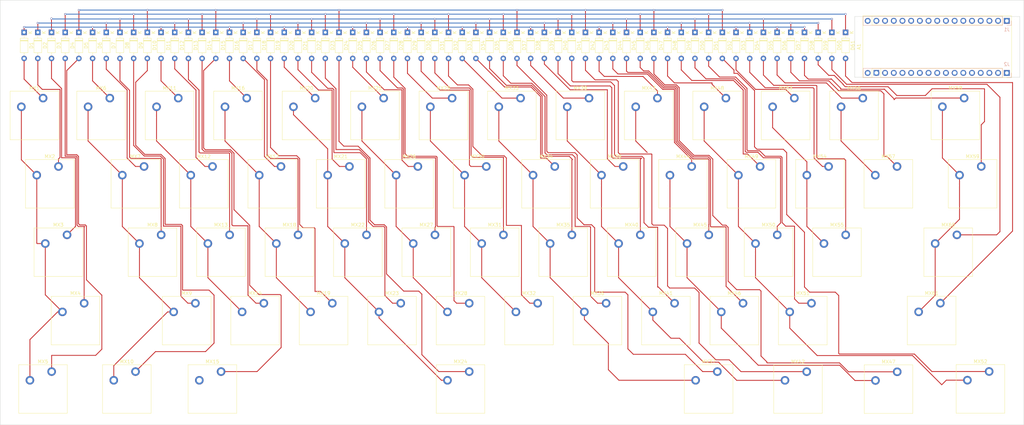
<source format=kicad_pcb>
(kicad_pcb (version 20211014) (generator pcbnew)
  (title_block (date "sam. 04 avril 2015"))
  (layers (0 "F.Cu" signal) (31 "B.Cu" signal) (34 "B.Paste" user) (35 "F.Paste" user) (36 "B.SilkS" user "B.Silkscreen") (37 "F.SilkS" user "F.Silkscreen") (38 "B.Mask" user) (39 "F.Mask" user) (44 "Edge.Cuts" user))
  (net 0 "")
  (net 1 "/*D13")
  (net 4 "GND")
  (net 5 "/~{RESET}")
  (net 6 "VCC")
  (net 7 "/D14{slash}MISO")
  (net 8 "/D15{slash}SCK")
  (net 9 "/D12")
  (net 10 "/*D11")
  (net 11 "/*D10")
  (net 12 "/*D9")
  (net 13 "/D8")
  (net 14 "/D7")
  (net 15 "/*D6")
  (net 16 "/*D5")
  (net 17 "/D4")
  (net 18 "/*D3{slash}SCL")
  (net 19 "+5V")
  (net 20 "/A5")
  (net 21 "/A4")
  (net 22 "/A3")
  (net 23 "/A2")
  (net 24 "/A1")
  (net 25 "/A0")
  (net 26 "/AREF")
  (net 27 "/D2{slash}SDA")
  (net 28 "/D0{slash}RX")
  (net 29 "/D1{slash}TX")
  (net 30 "/D17{slash}SS")
  (net 31 "/D16{slash}MOSI")
  (net 32 "+3V3")
  (net 35 "Net-(A1-Pad28)")
  (net 37 "Col 4")
  (net 38 "Col 5")
  (net 39 "Col 6")
  (net 40 "Col 7")
  (net 41 "Col 8")
  (net 42 "Col 9")
  (net 43 "Col 10")
  (net 44 "Col 11")
  (net 45 "Col 12")
  (net 46 "Col 13")
  (net 47 "Col 14")
  (net 50 "Row 1")
  (net 51 "Row 2")
  (net 52 "Row 3")
  (net 53 "Row 4")
  (net 54 "Row 5")
  (net 55 "Col 1")
  (net 56 "Col 2")
  (net 57 "Col 3")
  (net 58 "Net-(D1-Pad2)")
  (net 59 "Net-(D2-Pad2)")
  (net 60 "Net-(D3-Pad2)")
  (net 61 "Net-(D4-Pad2)")
  (net 62 "Net-(D5-Pad2)")
  (net 63 "Net-(D6-Pad2)")
  (net 64 "Net-(D7-Pad2)")
  (net 65 "Net-(D8-Pad2)")
  (net 66 "Net-(D9-Pad2)")
  (net 67 "Net-(D10-Pad2)")
  (net 68 "Net-(D11-Pad2)")
  (net 69 "Net-(D12-Pad2)")
  (net 70 "Net-(D13-Pad2)")
  (net 71 "Net-(D14-Pad2)")
  (net 72 "Net-(D15-Pad2)")
  (net 73 "Net-(D16-Pad2)")
  (net 74 "Net-(D17-Pad2)")
  (net 75 "Net-(D18-Pad2)")
  (net 76 "Net-(D19-Pad2)")
  (net 77 "Net-(D20-Pad2)")
  (net 78 "Net-(D21-Pad2)")
  (net 79 "Net-(D22-Pad2)")
  (net 80 "Net-(D23-Pad2)")
  (net 81 "Net-(D24-Pad2)")
  (net 82 "Net-(D25-Pad2)")
  (net 83 "Net-(D26-Pad2)")
  (net 84 "Net-(D27-Pad2)")
  (net 85 "Net-(D28-Pad2)")
  (net 86 "Net-(D29-Pad2)")
  (net 87 "Net-(D30-Pad2)")
  (net 88 "Net-(D31-Pad2)")
  (net 89 "Net-(D32-Pad2)")
  (net 90 "Net-(D33-Pad2)")
  (net 91 "Net-(D34-Pad2)")
  (net 92 "Net-(D35-Pad2)")
  (net 93 "Net-(D36-Pad2)")
  (net 94 "Net-(D37-Pad2)")
  (net 95 "Net-(D38-Pad2)")
  (net 96 "Net-(D39-Pad2)")
  (net 97 "Net-(D40-Pad2)")
  (net 98 "Net-(D41-Pad2)")
  (net 99 "Net-(D42-Pad2)")
  (net 100 "Net-(D43-Pad2)")
  (net 101 "Net-(D44-Pad2)")
  (net 102 "Net-(D45-Pad2)")
  (net 103 "Net-(D46-Pad2)")
  (net 104 "Net-(D47-Pad2)")
  (net 105 "Net-(D48-Pad2)")
  (net 106 "Net-(D49-Pad2)")
  (net 107 "Net-(D50-Pad2)")
  (net 108 "Net-(D51-Pad2)")
  (net 109 "Net-(D52-Pad2)")
  (net 110 "Net-(D53-Pad2)")
  (net 111 "Net-(MX54-Pad2)")
  (net 112 "Net-(MX55-Pad2)")
  (net 113 "Net-(D56-Pad2)")
  (net 114 "Net-(D57-Pad2)")
  (net 115 "Net-(D58-Pad2)")
  (net 116 "Net-(D59-Pad2)")
  (net 117 "Net-(D60-Pad2)")
  (net 118 "Net-(D61-Pad2)")
  (footprint "Switch_Keyboard_Cherry_MX:SW_Cherry_MX_PCB_2.75u" (layer "F.Cu") (at 270.96 307.71)
    (fp_text reference "MX61")
    (fp_text value "MX-NoLED")
  )
  (footprint "Switch_Keyboard_Cherry_MX:SW_Cherry_MX_PCB_1.00u" (layer "F.Cu") (at 198.3 267.73)
    (fp_text reference "MX44")
    (fp_text value "MX-NoLED")
  )
  (footprint "Diode_THT:D_DO-35_SOD27_P7.62mm_Horizontal" (layer "F.Cu") (at 177.8 223.42 -90)
    (fp_text reference "D44")
    (fp_text value "1N4148")
  )
  (footprint "Switch_Keyboard_Cherry_MX:SW_Cherry_MX_PCB_1.00u" (layer "F.Cu") (at 58.3 267.73)
    (fp_text reference "MX12")
    (fp_text value "MX-NoLED")
  )
  (footprint "Switch_Keyboard_Cherry_MX:SW_Cherry_MX_PCB_1.00u" (layer "F.Cu") (at 218.3 267.73)
    (fp_text reference "MX49")
    (fp_text value "MX-NoLED")
  )
  (footprint "Diode_THT:D_DO-35_SOD27_P7.62mm_Horizontal" (layer "F.Cu") (at 181.8 223.42 -90)
    (fp_text reference "D45")
    (fp_text value "1N4148")
  )
  (footprint "Diode_THT:D_DO-35_SOD27_P7.62mm_Horizontal" (layer "F.Cu") (at 245.8 223.42 -90)
    (fp_text reference "D61")
    (fp_text value "1N4148")
  )
  (footprint "Diode_THT:D_DO-35_SOD27_P7.62mm_Horizontal" (layer "F.Cu") (at 149.8 223.42 -90)
    (fp_text reference "D37")
    (fp_text value "1N4148")
  )
  (footprint "Diode_THT:D_DO-35_SOD27_P7.62mm_Horizontal" (layer "F.Cu") (at 117.8 223.42 -90)
    (fp_text reference "D29")
    (fp_text value "1N4148")
  )
  (footprint "Switch_Keyboard_Cherry_MX:SW_Cherry_MX_PCB_1.00u" (layer "F.Cu") (at 53.3 307.73)
    (fp_text reference "MX9")
    (fp_text value "MX-NoLED")
  )
  (footprint "Diode_THT:D_DO-35_SOD27_P7.62mm_Horizontal" (layer "F.Cu") (at 165.8 223.42 -90)
    (fp_text reference "D41")
    (fp_text value "1N4148")
  )
  (footprint "Switch_Keyboard_Cherry_MX:SW_Cherry_MX_PCB_1.00u" (layer "F.Cu") (at 178.3 267.73)
    (fp_text reference "MX39")
    (fp_text value "MX-NoLED")
  )
  (footprint "Switch_Keyboard_Cherry_MX:SW_Cherry_MX_PCB_1.00u" (layer "F.Cu") (at 108.3 247.73)
    (fp_text reference "MX25")
    (fp_text value "MX-NoLED")
  )
  (footprint "Switch_Keyboard_Cherry_MX:SW_Cherry_MX_PCB_1.25u" (layer "F.Cu") (at 285.21 327.7)
    (fp_text reference "MX52")
    (fp_text value "MX-NoLED")
  )
  (footprint "Switch_Keyboard_Cherry_MX:SW_Cherry_MX_PCB_1.00u" (layer "F.Cu") (at 258.3 267.73)
    (fp_text reference "MX57")
    (fp_text value "MX-NoLED")
  )
  (footprint "Switch_Keyboard_Cherry_MX:SW_Cherry_MX_PCB_1.00u" (layer "F.Cu") (at 233.3 307.73)
    (fp_text reference "MX51")
    (fp_text value "MX-NoLED")
  )
  (footprint "Switch_Keyboard_Cherry_MX:SW_Cherry_MX_PCB_1.00u" (layer "F.Cu") (at 213.3 307.73)
    (fp_text reference "MX46")
    (fp_text value "MX-NoLED")
  )
  (footprint "Arduino_MountingHole:MountingHole_1.2mm" (layer "F.Cu") (at 295.45 235.29 180)
    (fp_text reference "MH2" hide)
    (fp_text value "MountingHole_1.2mm" hide)
  )
  (footprint "Diode_THT:D_DO-35_SOD27_P7.62mm_Horizontal" (layer "F.Cu") (at 89.8 223.42 -90)
    (fp_text reference "D22")
    (fp_text value "1N4148")
  )
  (footprint "Switch_Keyboard_Cherry_MX:SW_Cherry_MX_PCB_1.00u" (layer "F.Cu") (at 173.3 307.73)
    (fp_text reference "MX36")
    (fp_text value "MX-NoLED")
  )
  (footprint "Switch_Keyboard_Cherry_MX:SW_Cherry_MX_PCB_1.00u" (layer "F.Cu") (at 38.3 267.73)
    (fp_text reference "MX7")
    (fp_text value "MX-NoLED")
  )
  (footprint "Diode_THT:D_DO-35_SOD27_P7.62mm_Horizontal" (layer "F.Cu") (at 229.8 223.42 -90)
    (fp_text reference "D57")
    (fp_text value "1N4148")
  )
  (footprint "Switch_Keyboard_Cherry_MX:SW_Cherry_MX_PCB_2.25u" (layer "F.Cu") (at 20.8 307.73)
    (fp_text reference "MX4")
    (fp_text value "MX-NoLED")
  )
  (footprint "Diode_THT:D_DO-35_SOD27_P7.62mm_Horizontal" (layer "F.Cu") (at 41.8 223.42 -90)
    (fp_text reference "D10")
    (fp_text value "1N4148")
  )
  (footprint "Switch_Keyboard_Cherry_MX:SW_Cherry_MX_PCB_2.00u" (layer "F.Cu") (at 277.9 247.71)
    (fp_text reference "MX58")
    (fp_text value "MX-NoLED")
  )
  (footprint "Diode_THT:D_DO-35_SOD27_P7.62mm_Horizontal" (layer "F.Cu") (at 61.8 223.42 -90)
    (fp_text reference "D15")
    (fp_text value "1N4148")
  )
  (footprint "Diode_THT:D_DO-35_SOD27_P7.62mm_Horizontal" (layer "F.Cu") (at 125.8 223.42 -90)
    (fp_text reference "D31")
    (fp_text value "1N4148")
  )
  (footprint "Switch_Keyboard_Cherry_MX:SW_Cherry_MX_PCB_1.00u" (layer "F.Cu") (at 188.3 247.73)
    (fp_text reference "MX43")
    (fp_text value "MX-NoLED")
  )
  (footprint "Diode_THT:D_DO-35_SOD27_P7.62mm_Horizontal" (layer "F.Cu") (at 145.8 223.42 -90)
    (fp_text reference "D36")
    (fp_text value "1N4148")
  )
  (footprint "Switch_Keyboard_Cherry_MX:SW_Cherry_MX_PCB_1.00u" (layer "F.Cu") (at 208.3 247.73)
    (fp_text reference "MX48")
    (fp_text value "MX-NoLED")
  )
  (footprint "Diode_THT:D_DO-35_SOD27_P7.62mm_Horizontal" (layer "F.Cu") (at 129.8 223.42 -90)
    (fp_text reference "D32")
    (fp_text value "1N4148")
  )
  (footprint "Switch_Keyboard_Cherry_MX:SW_Cherry_MX_PCB_1.00u" (layer "F.Cu") (at 8.8 247.73)
    (fp_text reference "MX1")
    (fp_text value "MX-NoLED")
  )
  (footprint "Switch_Keyboard_Cherry_MX:SW_Cherry_MX_PCB_1.00u" (layer "F.Cu") (at 63.3 287.73)
    (fp_text reference "MX13")
    (fp_text value "MX-NoLED")
  )
  (footprint "Diode_THT:D_DO-35_SOD27_P7.62mm_Horizontal" (layer "F.Cu") (at 209.8 223.42 -90)
    (fp_text reference "D52")
    (fp_text value "1N4148")
  )
  (footprint "Switch_Keyboard_Cherry_MX:SW_Cherry_MX_PCB_1.25u" (layer "F.Cu") (at 258.35 327.79)
    (fp_text reference "MX47")
    (fp_text value "MX-NoLED")
  )
  (footprint "Diode_THT:D_DO-35_SOD27_P7.62mm_Horizontal" (layer "F.Cu") (at 205.8 223.42 -90)
    (fp_text reference "D51")
    (fp_text value "1N4148")
  )
  (footprint "Diode_THT:D_DO-35_SOD27_P7.62mm_Horizontal" (layer "F.Cu") (at 141.8 223.42 -90)
    (fp_text reference "D35")
    (fp_text value "1N4148")
  )
  (footprint "Diode_THT:D_DO-35_SOD27_P7.62mm_Horizontal" (layer "F.Cu") (at 13.8 223.42 -90)
    (fp_text reference "D3")
    (fp_text value "1N4148")
  )
  (footprint "Switch_Keyboard_Cherry_MX:SW_Cherry_MX_PCB_1.50u" (layer "F.Cu") (at 13.3 267.73)
    (fp_text reference "MX2")
    (fp_text value "MX-NoLED")
  )
  (footprint "Diode_THT:D_DO-35_SOD27_P7.62mm_Horizontal" (layer "F.Cu") (at 73.8 223.42 -90)
    (fp_text reference "D18")
    (fp_text value "1N4148")
  )
  (footprint "Diode_THT:D_DO-35_SOD27_P7.62mm_Horizontal" (layer "F.Cu") (at 137.8 223.42 -90)
    (fp_text reference "D34")
    (fp_text value "1N4148")
  )
  (footprint "Switch_Keyboard_Cherry_MX:SW_Cherry_MX_PCB_1.00u" (layer "F.Cu") (at 83.3 287.73)
    (fp_text reference "MX18")
    (fp_text value "MX-NoLED")
  )
  (footprint "Diode_THT:D_DO-35_SOD27_P7.62mm_Horizontal" (layer "F.Cu") (at 5.8 223.42 -90)
    (fp_text reference "D1")
    (fp_text value "1N4148")
  )
  (footprint "Switch_Keyboard_Cherry_MX:SW_Cherry_MX_PCB_1.00u" (layer "F.Cu") (at 78.3 267.73)
    (fp_text reference "MX17")
    (fp_text value "MX-NoLED")
  )
  (footprint "Diode_THT:D_DO-35_SOD27_P7.62mm_Horizontal" (layer "F.Cu") (at 81.8 223.42 -90)
    (fp_text reference "D20")
    (fp_text value "1N4148")
  )
  (footprint "Diode_THT:D_DO-35_SOD27_P7.62mm_Horizontal" (layer "F.Cu") (at 105.8 223.42 -90)
    (fp_text reference "D26")
    (fp_text value "1N4148")
  )
  (footprint "Diode_THT:D_DO-35_SOD27_P7.62mm_Horizontal" (layer "F.Cu") (at 37.8 223.42 -90)
    (fp_text reference "D9")
    (fp_text value "1N4148")
  )
  (footprint "Switch_Keyboard_Cherry_MX:SW_Cherry_MX_PCB_1.00u" (layer "F.Cu") (at 103.3 287.73)
    (fp_text reference "MX22")
    (fp_text value "MX-NoLED")
  )
  (footprint "Switch_Keyboard_Cherry_MX:SW_Cherry_MX_PCB_1.00u" (layer "F.Cu") (at 43.3 287.73)
    (fp_text reference "MX8")
    (fp_text value "MX-NoLED")
  )
  (footprint "Diode_THT:D_DO-35_SOD27_P7.62mm_Horizontal" (layer "F.Cu") (at 25.8 223.42 -90)
    (fp_text reference "D6")
    (fp_text value "1N4148")
  )
  (footprint "Switch_Keyboard_Cherry_MX:SW_Cherry_MX_PCB_1.00u" (layer "F.Cu") (at 113.3 307.73)
    (fp_text reference "MX23")
    (fp_text value "MX-NoLED")
  )
  (footprint "Switch_Keyboard_Cherry_MX:SW_Cherry_MX_PCB_1.50u" (layer "F.Cu") (at 282.91 267.71)
    (fp_text reference "MX59")
    (fp_text value "MX-NoLED")
  )
  (footprint "Switch_Keyboard_Cherry_MX:SW_Cherry_MX_PCB_2.25u" (layer "F.Cu") (at 275.8 287.73)
    (fp_text reference "MX60")
    (fp_text value "MX-NoLED")
  )
  (footprint "Diode_THT:D_DO-35_SOD27_P7.62mm_Horizontal" (layer "F.Cu") (at 193.8 223.42 -90)
    (fp_text reference "D48")
    (fp_text value "1N4148")
  )
  (footprint "Diode_THT:D_DO-35_SOD27_P7.62mm_Horizontal" (layer "F.Cu") (at 233.8 223.42 -90)
    (fp_text reference "D58")
    (fp_text value "1N4148")
  )
  (footprint "Arduino_MountingHole:MountingHole_1.2mm" (layer "F.Cu") (at 249.73 220.05 180)
    (fp_text reference "MH4" hide)
    (fp_text value "MountingHole_1.2mm" hide)
  )
  (footprint "Switch_Keyboard_Cherry_MX:SW_Cherry_MX_PCB_1.00u" (layer "F.Cu") (at 143.3 287.73)
    (fp_text reference "MX31")
    (fp_text value "MX-NoLED")
  )
  (footprint "Diode_THT:D_DO-35_SOD27_P7.62mm_Horizontal" (layer "F.Cu") (at 93.8 223.42 -90)
    (fp_text reference "D23")
    (fp_text value "1N4148")
  )
  (footprint "Diode_THT:D_DO-35_SOD27_P7.62mm_Horizontal" (layer "F.Cu") (at 133.8 223.42 -90)
    (fp_text reference "D33")
    (fp_text value "1N4148")
  )
  (footprint "Switch_Keyboard_Cherry_MX:SW_Cherry_MX_PCB_1.00u" (layer "F.Cu") (at 163.3 287.73)
    (fp_text reference "MX35")
    (fp_text value "MX-NoLED")
  )
  (footprint "Switch_Keyboard_Cherry_MX:SW_Cherry_MX_PCB_1.00u" (layer "F.Cu") (at 98.3 267.73)
    (fp_text reference "MX21")
    (fp_text value "MX-NoLED")
  )
  (footprint "Switch_Keyboard_Cherry_MX:SW_Cherry_MX_PCB_1.25u" (layer "F.Cu") (at 35.8 327.73)
    (fp_text reference "MX10")
    (fp_text value "MX-NoLED")
  )
  (footprint "Switch_Keyboard_Cherry_MX:SW_Cherry_MX_PCB_1.00u" (layer "F.Cu") (at 133.3 307.73)
    (fp_text reference "MX28")
    (fp_text value "MX-NoLED")
  )
  (footprint "Diode_THT:D_DO-35_SOD27_P7.62mm_Horizontal" (layer "F.Cu") (at 185.8 223.42 -90)
    (fp_text reference "D46")
    (fp_text value "1N4148")
  )
  (footprint "Switch_Keyboard_Cherry_MX:SW_Cherry_MX_PCB_1.00u" (layer "F.Cu") (at 73.3 307.73)
    (fp_text reference "MX14")
    (fp_text value "MX-NoLED")
  )
  (footprint "Switch_Keyboard_Cherry_MX:SW_Cherry_MX_PCB_1.25u" (layer "F.Cu") (at 11.3 327.73)
    (fp_text reference "MX5")
    (fp_text value "MX-NoLED")
  )
  (footprint "Module:Arduino_Nano" (layer "F.Cu") (at 254.8 235.23 90)
    (fp_text reference "A1")
    (fp_text value "Arduino_Nano_v3.x")
  )
  (footprint "Diode_THT:D_DO-35_SOD27_P7.62mm_Horizontal" (layer "F.Cu") (at 213.8 223.42 -90)
    (fp_text reference "D53")
    (fp_text value "1N4148")
  )
  (footprint "Diode_THT:D_DO-35_SOD27_P7.62mm_Horizontal" (layer "F.Cu") (at 113.8 223.42 -90)
    (fp_text reference "D28")
    (fp_text value "1N4148")
  )
  (footprint "Diode_THT:D_DO-35_SOD27_P7.62mm_Horizontal" (layer "F.Cu") (at 169.8 223.42 -90)
    (fp_text reference "D42")
    (fp_text value "1N4148")
  )
  (footprint "Switch_Keyboard_Cherry_MX:SW_Cherry_MX_PCB_1.00u" (layer "F.Cu") (at 153.3 307.73)
    (fp_text reference "MX32")
    (fp_text value "MX-NoLED")
  )
  (footprint "Diode_THT:D_DO-35_SOD27_P7.62mm_Horizontal" (layer "F.Cu") (at 49.8 223.42 -90)
    (fp_text reference "D12")
    (fp_text value "1N4148")
  )
  (footprint "Arduino_MountingHole:MountingHole_1.2mm" (layer "F.Cu") (at 295.45 220.05 180)
    (fp_text reference "MH1" hide)
    (fp_text value "MountingHole_1.2mm" hide)
  )
  (footprint "Switch_Keyboard_Cherry_MX:SW_Cherry_MX_PCB_1.00u" (layer "F.Cu") (at 93.3 307.73)
    (fp_text reference "MX19")
    (fp_text value "MX-NoLED")
  )
  (footprint "Switch_Keyboard_Cherry_MX:SW_Cherry_MX_PCB_1.00u" (layer "F.Cu") (at 88.3 247.73)
    (fp_text reference "MX20")
    (fp_text value "MX-NoLED")
  )
  (footprint "Diode_THT:D_DO-35_SOD27_P7.62mm_Horizontal" (layer "F.Cu") (at 53.8 223.42 -90)
    (fp_text reference "D13")
    (fp_text value "1N4148")
  )
  (footprint "Diode_THT:D_DO-35_SOD27_P7.62mm_Horizontal" (layer "F.Cu") (at 33.8 223.42 -90)
    (fp_text reference "D8")
    (fp_text value "1N4148")
  )
  (footprint "Switch_Keyboard_Cherry_MX:SW_Cherry_MX_PCB_1.00u" (layer "F.Cu") (at 223.3 287.73)
    (fp_text reference "MX50")
    (fp_text value "MX-NoLED")
  )
  (footprint "Diode_THT:D_DO-35_SOD27_P7.62mm_Horizontal" (layer "F.Cu") (at 173.8 223.42 -90)
    (fp_text reference "D43")
    (fp_text value "1N4148")
  )
  (footprint "Switch_Keyboard_Cherry_MX:SW_Cherry_MX_PCB_1.00u" (layer "F.Cu") (at 193.3 307.73)
    (fp_text reference "MX41")
    (fp_text value "MX-NoLED")
  )
  (footprint "Switch_Keyboard_Cherry_MX:SW_Cherry_MX_PCB_1.00u" (layer "F.Cu") (at 118.3 267.73)
    (fp_text reference "MX26")
    (fp_text value "MX-NoLED")
  )
  (footprint "Diode_THT:D_DO-35_SOD27_P7.62mm_Horizontal" (layer "F.Cu") (at 161.8 223.42 -90)
    (fp_text reference "D40")
    (fp_text value "1N4148")
  )
  (footprint "Switch_Keyboard_Cherry_MX:SW_Cherry_MX_PCB_1.25u" (layer "F.Cu") (at 60.8 327.73)
    (fp_text reference "MX15")
    (fp_text value "MX-NoLED")
  )
  (footprint "Switch_Keyboard_Cherry_MX:SW_Cherry_MX_PCB_1.00u" (layer "F.Cu") (at 123.3 287.73)
    (fp_text reference "MX27")
    (fp_text value "MX-NoLED")
  )
  (footprint "Diode_THT:D_DO-35_SOD27_P7.62mm_Horizontal" (layer "F.Cu") (at 109.8 223.42 -90)
    (fp_text reference "D27")
    (fp_text value "1N4148")
  )
  (footprint "Diode_THT:D_DO-35_SOD27_P7.62mm_Horizontal" (layer "F.Cu") (at 45.8 223.42 -90)
    (fp_text reference "D11")
    (fp_text value "1N4148")
  )
  (footprint "Diode_THT:D_DO-35_SOD27_P7.62mm_Horizontal" (layer "F.Cu") (at 225.8 223.42 -90)
    (fp_text reference "D56")
    (fp_text value "1N4148")
  )
  (footprint "Switch_Keyboard_Cherry_MX:SW_Cherry_MX_PCB_1.00u" (layer "F.Cu") (at 203.3 287.73)
    (fp_text reference "MX45")
    (fp_text value "MX-NoLED")
  )
  (footprint "Switch_Keyboard_Cherry_MX:SW_Cherry_MX_PCB_1.75u" (layer "F.Cu") (at 15.8 287.73)
    (fp_text reference "MX3")
    (fp_text value "MX-NoLED")
  )
  (footprint "Switch_Keyboard_Cherry_MX:SW_Cherry_MX_PCB_1.00u" (layer "F.Cu") (at 243.3 287.73)
    (fp_text reference "MX55")
    (fp_text value "MX-NoLED")
  )
  (footprint "Switch_Keyboard_Cherry_MX:SW_Cherry_MX_PCB_1.00u" (layer "F.Cu") (at 148.3 247.73)
    (fp_text reference "MX33")
    (fp_text value "MX-NoLED")
  )
  (footprint "Diode_THT:D_DO-35_SOD27_P7.62mm_Horizontal" (layer "F.Cu") (at 217.8 223.42 -90)
    (fp_text reference "D54")
    (fp_text value "1N4148")
  )
  (footprint "Diode_THT:D_DO-35_SOD27_P7.62mm_Horizontal" (layer "F.Cu") (at 153.8 223.42 -90)
    (fp_text reference "D38")
    (fp_text value "1N4148")
  )
  (footprint "Switch_Keyboard_Cherry_MX:SW_Cherry_MX_PCB_6.25u" (layer "F.Cu") (at 133.3 327.73)
    (fp_text reference "MX24")
    (fp_text value "MX-NoLED")
  )
  (footprint "Switch_Keyboard_Cherry_MX:SW_Cherry_MX_PCB_1.00u" (layer "F.Cu") (at 128.3 247.73)
    (fp_text reference "MX29")
    (fp_text value "MX-NoLED")
  )
  (footprint "Switch_Keyboard_Cherry_MX:SW_Cherry_MX_PCB_1.00u" (layer "F.Cu") (at 228.3 247.73)
    (fp_text reference "MX53")
    (fp_text value "MX-NoLED")
  )
  (footprint "Diode_THT:D_DO-35_SOD27_P7.62mm_Horizontal" (layer "F.Cu") (at 201.8 223.42 -90)
    (fp_text reference "D50")
    (fp_text value "1N4148")
  )
  (footprint "Diode_THT:D_DO-35_SOD27_P7.62mm_Horizontal" (layer "F.Cu") (at 65.8 223.42 -90)
    (fp_text reference "D16")
    (fp_text value "1N4148")
  )
  (footprint "Switch_Keyboard_Cherry_MX:SW_Cherry_MX_PCB_1.00u" (layer "F.Cu") (at 28.3 247.73)
    (fp_text reference "MX6")
    (fp_text value "MX-NoLED")
  )
  (footprint "Diode_THT:D_DO-35_SOD27_P7.62mm_Horizontal" (layer "F.Cu") (at 69.8 223.42 -90)
    (fp_text reference "D17")
    (fp_text value "1N4148")
  )
  (footprint "Diode_THT:D_DO-35_SOD27_P7.62mm_Horizontal" (layer "F.Cu") (at 77.8 223.42 -90)
    (fp_text reference "D19")
    (fp_text value "1N4148")
  )
  (footprint "Diode_THT:D_DO-35_SOD27_P7.62mm_Horizontal" (layer "F.Cu") (at 189.8 223.42 -90)
    (fp_text reference "D47")
    (fp_text value "1N4148")
  )
  (footprint "Diode_THT:D_DO-35_SOD27_P7.62mm_Horizontal" (layer "F.Cu") (at 157.8 223.42 -90)
    (fp_text reference "D39")
    (fp_text value "1N4148")
  )
  (footprint "Switch_Keyboard_Cherry_MX:SW_Cherry_MX_PCB_1.00u" (layer "F.Cu") (at 238.3 267.73)
    (fp_text reference "MX54")
    (fp_text value "MX-NoLED")
  )
  (footprint "Switch_Keyboard_Cherry_MX:SW_Cherry_MX_PCB_1.00u" (layer "F.Cu") (at 168.3 247.73)
    (fp_text reference "MX38")
    (fp_text value "MX-NoLED")
  )
  (footprint "Switch_Keyboard_Cherry_MX:SW_Cherry_MX_PCB_1.25u" (layer "F.Cu") (at 205.8 327.73)
    (fp_text reference "MX37")
    (fp_text value "MX-NoLED")
  )
  (footprint "Diode_THT:D_DO-35_SOD27_P7.62mm_Horizontal" (layer "F.Cu") (at 241.8 223.42 -90)
    (fp_text reference "D60")
    (fp_text value "1N4148")
  )
  (footprint "Arduino_MountingHole:MountingHole_1.2mm" (layer "F.Cu") (at 249.73 235.29 180)
    (fp_text reference "MH3" hide)
    (fp_text value "MountingHole_1.2mm" hide)
  )
  (footprint "Diode_THT:D_DO-35_SOD27_P7.62mm_Horizontal" (layer "F.Cu") (at 121.8 223.42 -90)
    (fp_text reference "D30")
    (fp_text value "1N4148")
  )
  (footprint "Diode_THT:D_DO-35_SOD27_P7.62mm_Horizontal" (layer "F.Cu") (at 17.8 223.42 -90)
    (fp_text reference "D4")
    (fp_text value "1N4148")
  )
  (footprint "Switch_Keyboard_Cherry_MX:SW_Cherry_MX_PCB_1.25u" (layer "F.Cu") (at 231.91 327.75)
    (fp_text reference "MX42")
    (fp_text value "MX-NoLED")
  )
  (footprint "Switch_Keyboard_Cherry_MX:SW_Cherry_MX_PCB_1.00u" (layer "F.Cu") (at 138.3 267.73)
    (fp_text reference "MX30")
    (fp_text value "MX-NoLED")
  )
  (footprint "Switch_Keyboard_Cherry_MX:SW_Cherry_MX_PCB_1.00u" (layer "F.Cu") (at 158.3 267.73)
    (fp_text reference "MX34")
    (fp_text value "MX-NoLED")
  )
  (footprint "Diode_THT:D_DO-35_SOD27_P7.62mm_Horizontal" (layer "F.Cu") (at 101.8 223.42 -90)
    (fp_text reference "D25")
    (fp_text value "1N4148")
  )
  (footprint "Diode_THT:D_DO-35_SOD27_P7.62mm_Horizontal" (layer "F.Cu") (at 85.8 223.42 -90)
    (fp_text reference "D21")
    (fp_text value "1N4148")
  )
  (footprint "Switch_Keyboard_Cherry_MX:SW_Cherry_MX_PCB_1.00u" (layer "F.Cu") (at 68.3 247.73)
    (fp_text reference "MX16")
    (fp_text value "MX-NoLED")
  )
  (footprint "Switch_Keyboard_Cherry_MX:SW_Cherry_MX_PCB_1.00u" (layer "F.Cu") (at 48.3 247.73)
    (fp_text reference "MX11")
    (fp_text value "MX-NoLED")
  )
  (footprint "Diode_THT:D_DO-35_SOD27_P7.62mm_Horizontal" (layer "F.Cu") (at 97.8 223.42 -90)
    (fp_text reference "D24")
    (fp_text value "1N4148")
  )
  (footprint "Switch_Keyboard_Cherry_MX:SW_Cherry_MX_PCB_1.00u" (layer "F.Cu") (at 248.3 247.73)
    (fp_text reference "MX56")
    (fp_text value "MX-NoLED")
  )
  (footprint "Diode_THT:D_DO-35_SOD27_P7.62mm_Horizontal" (layer "F.Cu") (at 29.8 223.42 -90)
    (fp_text reference "D7")
    (fp_text value "1N4148")
  )
  (footprint "Diode_THT:D_DO-35_SOD27_P7.62mm_Horizontal" (layer "F.Cu") (at 57.8 223.42 -90)
    (fp_text reference "D14")
    (fp_text value "1N4148")
  )
  (footprint "Diode_THT:D_DO-35_SOD27_P7.62mm_Horizontal" (layer "F.Cu") (at 221.8 223.42 -90)
    (fp_text reference "D55")
    (fp_text value "1N4148")
  )
  (footprint "Switch_Keyboard_Cherry_MX:SW_Cherry_MX_PCB_1.00u" (layer "F.Cu") (at 183.3 287.73)
    (fp_text reference "MX40")
    (fp_text value "MX-NoLED")
  )
  (footprint "Diode_THT:D_DO-35_SOD27_P7.62mm_Horizontal" (layer "F.Cu") (at 21.8 223.42 -90)
    (fp_text reference "D5")
    (fp_text value "1N4148")
  )
  (footprint "Diode_THT:D_DO-35_SOD27_P7.62mm_Horizontal" (layer "F.Cu") (at 197.8 223.42 -90)
    (fp_text reference "D49")
    (fp_text value "1N4148")
  )
  (footprint "Diode_THT:D_DO-35_SOD27_P7.62mm_Horizontal" (layer "F.Cu") (at 237.8 223.42 -90)
    (fp_text reference "D59")
    (fp_text value "1N4148")
  )
  (footprint "Diode_THT:D_DO-35_SOD27_P7.62mm_Horizontal" (layer "F.Cu") (at 9.8 223.42 -90)
    (fp_text reference "D2")
    (fp_text value "1N4148")
  )
  (footprint "Connector_PinHeader_2.54mm:PinHeader_1x17_P2.54mm_Vertical" (layer "B.Cu") (at 292.91 220.05 90)
    (fp_text reference "J1")
    (fp_text value "Analog")
  )
  (footprint "Connector_PinHeader_2.54mm:PinHeader_1x17_P2.54mm_Vertical" (layer "B.Cu") (at 292.91 235.29 90)
    (fp_text reference "J2")
    (fp_text value "Digital")
  )
  (gr_line (start 248.46 236.56) (end 296.72 236.56) (layer "Edge.Cuts") (width 0.1))
  (gr_line (start 296.72 236.56) (end 296.72 218.78) (layer "Edge.Cuts") (width 0.1))
  (gr_line (start 248.46 218.78) (end 248.46 236.56) (layer "Edge.Cuts") (width 0.1))
  (gr_rect (start 297.9 214) (end -1.2 338.23) (layer "Edge.Cuts") (width 0.1) (fill none))
  (gr_line (start 296.72 218.78) (end 248.46 218.78) (layer "Edge.Cuts") (width 0.1))
  (segment (start 79.49 295.19) (end 79.49 285.19) (width 0.25) (layer "F.Cu") (net 37))
  (segment (start 74.49 280.19) (end 79.49 285.19) (width 0.25) (layer "F.Cu") (net 37))
  (segment (start 64.49 255.19) (end 74.49 265.19) (width 0.25) (layer "F.Cu") (net 37))
  (segment (start 89.49 305.19) (end 79.49 295.19) (width 0.25) (layer "F.Cu") (net 37))
  (segment (start 64.49 245.19) (end 64.49 255.19) (width 0.25) (layer "F.Cu") (net 37))
  (segment (start 74.49 265.19) (end 74.49 280.19) (width 0.25) (layer "F.Cu") (net 37))
  (segment (start 84.49 247.49) (end 84.49 245.19) (width 0.25) (layer "F.Cu") (net 38))
  (segment (start 94.49 280.19) (end 94.49 265.19) (width 0.25) (layer "F.Cu") (net 38))
  (segment (start 129.49 325.19) (end 127.722234 325.19) (width 0.25) (layer "F.Cu") (net 38))
  (segment (start 99.49 285.19) (end 94.49 280.19) (width 0.25) (layer "F.Cu") (net 38))
  (segment (start 109.49 306.957766) (end 109.49 305.19) (width 0.25) (layer "F.Cu") (net 38))
  (segment (start 99.49 295.19) (end 109.49 305.19) (width 0.25) (layer "F.Cu") (net 38))
  (segment (start 94.49 257.49) (end 84.49 247.49) (width 0.25) (layer "F.Cu") (net 38))
  (segment (start 94.49 265.19) (end 94.49 257.49) (width 0.25) (layer "F.Cu") (net 38))
  (segment (start 127.722234 325.19) (end 109.49 306.957766) (width 0.25) (layer "F.Cu") (net 38))
  (segment (start 99.49 285.19) (end 99.49 295.19) (width 0.25) (layer "F.Cu") (net 38))
  (segment (start 114.49 265.19) (end 114.49 280.19) (width 0.25) (layer "F.Cu") (net 39))
  (segment (start 104.49 255.19) (end 114.49 265.19) (width 0.25) (layer "F.Cu") (net 39))
  (segment (start 104.49 245.19) (end 104.49 255.19) (width 0.25) (layer "F.Cu") (net 39))
  (segment (start 114.49 280.19) (end 119.49 285.19) (width 0.25) (layer "F.Cu") (net 39))
  (segment (start 119.49 295.19) (end 129.49 305.19) (width 0.25) (layer "F.Cu") (net 39))
  (segment (start 119.49 285.19) (end 119.49 295.19) (width 0.25) (layer "F.Cu") (net 39))
  (segment (start 134.49 265.19) (end 134.49 280.19) (width 0.25) (layer "F.Cu") (net 40))
  (segment (start 139.49 295.19) (end 149.49 305.19) (width 0.25) (layer "F.Cu") (net 40))
  (segment (start 139.49 285.19) (end 139.49 295.19) (width 0.25) (layer "F.Cu") (net 40))
  (segment (start 124.49 245.19) (end 124.49 255.19) (width 0.25) (layer "F.Cu") (net 40))
  (segment (start 124.49 255.19) (end 134.49 265.19) (width 0.25) (layer "F.Cu") (net 40))
  (segment (start 134.49 280.19) (end 139.49 285.19) (width 0.25) (layer "F.Cu") (net 40))
  (segment (start 169.49 307.39) (end 169.49 305.19) (width 0.25) (layer "F.Cu") (net 41))
  (segment (start 159.49 295.19) (end 159.49 285.19) (width 0.25) (layer "F.Cu") (net 41))
  (segment (start 179.59 325.19) (end 176.5 322.1) (width 0.25) (layer "F.Cu") (net 41))
  (segment (start 154.49 280.19) (end 159.49 285.19) (width 0.25) (layer "F.Cu") (net 41))
  (segment (start 144.49 245.19) (end 144.49 255.19) (width 0.25) (layer "F.Cu") (net 41))
  (segment (start 176.5 322.1) (end 176.5 314.4) (width 0.25) (layer "F.Cu") (net 41))
  (segment (start 154.49 265.19) (end 154.49 280.19) (width 0.25) (layer "F.Cu") (net 41))
  (segment (start 144.49 255.19) (end 154.49 265.19) (width 0.25) (layer "F.Cu") (net 41))
  (segment (start 201.99 325.19) (end 179.59 325.19) (width 0.25) (layer "F.Cu") (net 41))
  (segment (start 176.5 314.4) (end 169.49 307.39) (width 0.25) (layer "F.Cu") (net 41))
  (segment (start 169.49 305.19) (end 159.49 295.19) (width 0.25) (layer "F.Cu") (net 41))
  (segment (start 204.3 319.9) (end 197.3 312.9) (width 0.25) (layer "F.Cu") (net 42))
  (segment (start 208.9 320.11287) (end 208.9 320.1) (width 0.25) (layer "F.Cu") (net 42))
  (segment (start 213.99713 325.21) (end 208.9 320.11287) (width 0.25) (layer "F.Cu") (net 42))
  (segment (start 179.49 285.19) (end 179.49 295.19) (width 0.25) (layer "F.Cu") (net 42))
  (segment (start 228.1 325.21) (end 213.99713 325.21) (width 0.25) (layer "F.Cu") (net 42))
  (segment (start 208.7 319.9) (end 204.3 319.9) (width 0.25) (layer "F.Cu") (net 42))
  (segment (start 179.49 295.19) (end 189.49 305.19) (width 0.25) (layer "F.Cu") (net 42))
  (segment (start 164.49 255.19) (end 174.49 265.19) (width 0.25) (layer "F.Cu") (net 42))
  (segment (start 174.49 280.19) (end 179.49 285.19) (width 0.25) (layer "F.Cu") (net 42))
  (segment (start 208.9 320.1) (end 208.7 319.9) (width 0.25) (layer "F.Cu") (net 42))
  (segment (start 189.49 307.59) (end 189.49 305.19) (width 0.25) (layer "F.Cu") (net 42))
  (segment (start 197.3 312.9) (end 194.8 312.9) (width 0.25) (layer "F.Cu") (net 42))
  (segment (start 174.49 265.19) (end 174.49 280.19) (width 0.25) (layer "F.Cu") (net 42))
  (segment (start 194.8 312.9) (end 189.49 307.59) (width 0.25) (layer "F.Cu") (net 42))
  (segment (start 164.49 245.19) (end 164.49 255.19) (width 0.25) (layer "F.Cu") (net 42))
  (segment (start 209.49 309.93041) (end 218.25959 318.7) (width 0.25) (layer "F.Cu") (net 43))
  (segment (start 194.49 280.19) (end 199.49 285.19) (width 0.25) (layer "F.Cu") (net 43))
  (segment (start 248.55 325.25) (end 254.54 325.25) (width 0.25) (layer "F.Cu") (net 43))
  (segment (start 220.3 320.8) (end 244.1 320.8) (width 0.25) (layer "F.Cu") (net 43))
  (segment (start 194.49 265.19) (end 194.49 280.19) (width 0.25) (layer "F.Cu") (net 43))
  (segment (start 199.49 295.19) (end 209.49 305.19) (width 0.25) (layer "F.Cu") (net 43))
  (segment (start 199.49 285.19) (end 199.49 295.19) (width 0.25) (layer "F.Cu") (net 43))
  (segment (start 209.49 305.19) (end 209.49 309.93041) (width 0.25) (layer "F.Cu") (net 43))
  (segment (start 184.49 245.19) (end 184.49 255.19) (width 0.25) (layer "F.Cu") (net 43))
  (segment (start 218.25959 318.7) (end 218.25959 318.75959) (width 0.25) (layer "F.Cu") (net 43))
  (segment (start 244.1 320.8) (end 248.55 325.25) (width 0.25) (layer "F.Cu") (net 43))
  (segment (start 184.49 255.19) (end 187.85 258.55) (width 0.25) (layer "F.Cu") (net 43))
  (segment (start 218.25959 318.75959) (end 220.3 320.8) (width 0.25) (layer "F.Cu") (net 43))
  (segment (start 214.49 265.19) (end 214.49 280.19) (width 0.25) (layer "F.Cu") (net 44))
  (segment (start 214.49 280.19) (end 219.49 285.19) (width 0.25) (layer "F.Cu") (net 44))
  (segment (start 204.49 255.19) (end 204.49 245.19) (width 0.25) (layer "F.Cu") (net 44))
  (segment (start 229.49 305.19) (end 219.49 295.19) (width 0.25) (layer "F.Cu") (net 44))
  (segment (start 237.50959 317.95) (end 265.35 317.95) (width 0.25) (layer "F.Cu") (net 44))
  (segment (start 214.49 265.19) (end 204.49 255.19) (width 0.25) (layer "F.Cu") (net 44))
  (segment (start 229.49 309.93041) (end 237.50959 317.95) (width 0.25) (layer "F.Cu") (net 44))
  (segment (start 219.49 295.19) (end 219.49 285.19) (width 0.25) (layer "F.Cu") (net 44))
  (segment (start 273.9 326.5) (end 275.24 325.16) (width 0.25) (layer "F.Cu") (net 44))
  (segment (start 275.24 325.16) (end 281.4 325.16) (width 0.25) (layer "F.Cu") (net 44))
  (segment (start 265.35 317.95) (end 273.9 326.5) (width 0.25) (layer "F.Cu") (net 44))
  (segment (start 229.49 305.19) (end 229.49 309.93041) (width 0.25) (layer "F.Cu") (net 44))
  (segment (start 224.49 245.19) (end 224.49 251.29) (width 0.25) (layer "F.Cu") (net 45))
  (segment (start 234.49 280.19) (end 239.49 285.19) (width 0.25) (layer "F.Cu") (net 45))
  (segment (start 234.49 265.19) (end 234.49 280.19) (width 0.25) (layer "F.Cu") (net 45))
  (segment (start 224.49 251.29) (end 234.49 261.29) (width 0.25) (layer "F.Cu") (net 45))
  (segment (start 234.49 261.29) (end 234.49 265.19) (width 0.25) (layer "F.Cu") (net 45))
  (segment (start 244.49 255.19) (end 254.49 265.19) (width 0.25) (layer "F.Cu") (net 46))
  (segment (start 244.49 245.19) (end 244.49 255.19) (width 0.25) (layer "F.Cu") (net 46))
  (segment (start 274.09 260.16) (end 279.1 265.17) (width 0.25) (layer "F.Cu") (net 47))
  (segment (start 271.99 285.19) (end 279.1 278.08) (width 0.25) (layer "F.Cu") (net 47))
  (segment (start 274.09 245.17) (end 274.09 260.16) (width 0.25) (layer "F.Cu") (net 47))
  (segment (start 279.1 278.08) (end 279.1 265.17) (width 0.25) (layer "F.Cu") (net 47))
  (segment (start 271.99 300.33) (end 267.15 305.17) (width 0.25) (layer "F.Cu") (net 47))
  (segment (start 271.99 285.19) (end 271.99 300.33) (width 0.25) (layer "F.Cu") (net 47))
  (segment (start 193.8 223.42) (end 193.8 221.9) (width 0.25) (layer "F.Cu") (net 50))
  (segment (start 213.8 223.42) (end 213.8 221.9) (width 0.25) (layer "F.Cu") (net 50))
  (segment (start 101.8 223.42) (end 101.8 221.9) (width 0.25) (layer "F.Cu") (net 50))
  (segment (start 65.8 223.42) (end 65.8 221.9) (width 0.25) (layer "F.Cu") (net 50))
  (segment (start 173.8 223.42) (end 173.8 221.9) (width 0.25) (layer "F.Cu") (net 50))
  (segment (start 225.8 223.42) (end 225.8 221.9) (width 0.25) (layer "F.Cu") (net 50))
  (segment (start 133.8 223.42) (end 133.8 221.9) (width 0.25) (layer "F.Cu") (net 50))
  (segment (start 233.8 223.42) (end 233.8 221.9) (width 0.25) (layer "F.Cu") (net 50))
  (segment (start 81.8 223.42) (end 81.8 221.9) (width 0.25) (layer "F.Cu") (net 50))
  (segment (start 117.8 223.42) (end 117.8 221.9) (width 0.25) (layer "F.Cu") (net 50))
  (segment (start 153.8 223.42) (end 153.8 221.9) (width 0.25) (layer "F.Cu") (net 50))
  (segment (start 5.8 223.42) (end 5.8 221.9) (width 0.25) (layer "F.Cu") (net 50))
  (segment (start 45.8 223.42) (end 45.8 221.9) (width 0.25) (layer "F.Cu") (net 50))
  (segment (start 25.8 223.42) (end 25.8 221.9) (width 0.25) (layer "F.Cu") (net 50))
  (via (at 153.8 221.9) (size 0.6) (drill 0.4) (layers "F.Cu" "B.Cu") (net 50))
  (via (at 117.8 221.9) (size 0.6) (drill 0.4) (layers "F.Cu" "B.Cu") (net 50))
  (via (at 81.8 221.9) (size 0.6) (drill 0.4) (layers "F.Cu" "B.Cu") (net 50))
  (via (at 65.8 221.9) (size 0.6) (drill 0.4) (layers "F.Cu" "B.Cu") (net 50))
  (via (at 133.8 221.9) (size 0.6) (drill 0.4) (layers "F.Cu" "B.Cu") (net 50))
  (via (at 25.8 221.9) (size 0.6) (drill 0.4) (layers "F.Cu" "B.Cu") (net 50))
  (via (at 173.8 221.9) (size 0.6) (drill 0.4) (layers "F.Cu" "B.Cu") (net 50))
  (via (at 101.8 221.9) (size 0.6) (drill 0.4) (layers "F.Cu" "B.Cu") (net 50))
  (via (at 213.8 221.9) (size 0.6) (drill 0.4) (layers "F.Cu" "B.Cu") (net 50))
  (via (at 225.8 221.9) (size 0.6) (drill 0.4) (layers "F.Cu" "B.Cu") (net 50))
  (via (at 193.8 221.9) (size 0.6) (drill 0.4) (layers "F.Cu" "B.Cu") (net 50))
  (via (at 45.8 221.9) (size 0.6) (drill 0.4) (layers "F.Cu" "B.Cu") (net 50))
  (via (at 5.8 221.9) (size 0.6) (drill 0.4) (layers "F.Cu" "B.Cu") (net 50))
  (via (at 233.8 221.9) (size 0.6) (drill 0.4) (layers "F.Cu" "B.Cu") (net 50))
  (segment (start 233.8 221.9) (end 5.8 221.9) (width 0.25) (layer "B.Cu") (net 50))
  (segment (start 121.8 223.42) (end 121.8 220.7) (width 0.25) (layer "F.Cu") (net 51))
  (segment (start 9.8 223.42) (end 9.8 220.7) (width 0.25) (layer "F.Cu") (net 51))
  (segment (start 217.8 223.42) (end 217.8 220.7) (width 0.25) (layer "F.Cu") (net 51))
  (segment (start 69.8 223.42) (end 69.8 220.7) (width 0.25) (layer "F.Cu") (net 51))
  (segment (start 29.8 223.42) (end 29.8 220.7) (width 0.25) (layer "F.Cu") (net 51))
  (segment (start 137.8 223.42) (end 137.8 220.7) (width 0.25) (layer "F.Cu") (net 51))
  (segment (start 85.8 223.42) (end 85.8 220.7) (width 0.25) (layer "F.Cu") (net 51))
  (segment (start 229.8 223.42) (end 229.8 220.7) (width 0.25) (layer "F.Cu") (net 51))
  (segment (start 49.8 223.42) (end 49.8 220.7) (width 0.25) (layer "F.Cu") (net 51))
  (segment (start 197.8 223.42) (end 197.8 220.7) (width 0.25) (layer "F.Cu") (net 51))
  (segment (start 157.8 223.42) (end 157.8 220.7) (width 0.25) (layer "F.Cu") (net 51))
  (segment (start 237.8 223.42) (end 237.8 220.7) (width 0.25) (layer "F.Cu") (net 51))
  (segment (start 177.8 223.42) (end 177.8 220.7) (width 0.25) (layer "F.Cu") (net 51))
  (segment (start 105.8 223.42) (end 105.8 220.7) (width 0.25) (layer "F.Cu") (net 51))
  (via (at 197.8 220.7) (size 0.6) (drill 0.4) (layers "F.Cu" "B.Cu") (net 51))
  (via (at 49.8 220.7) (size 0.6) (drill 0.4) (layers "F.Cu" "B.Cu") (net 51))
  (via (at 69.8 220.7) (size 0.6) (drill 0.4) (layers "F.Cu" "B.Cu") (net 51))
  (via (at 237.8 220.7) (size 0.6) (drill 0.4) (layers "F.Cu" "B.Cu") (net 51))
  (via (at 157.8 220.7) (size 0.6) (drill 0.4) (layers "F.Cu" "B.Cu") (net 51))
  (via (at 217.8 220.7) (size 0.6) (drill 0.4) (layers "F.Cu" "B.Cu") (net 51))
  (via (at 29.8 220.7) (size 0.6) (drill 0.4) (layers "F.Cu" "B.Cu") (net 51))
  (via (at 229.8 220.7) (size 0.6) (drill 0.4) (layers "F.Cu" "B.Cu") (net 51))
  (via (at 121.8 220.7) (size 0.6) (drill 0.4) (layers "F.Cu" "B.Cu") (net 51))
  (via (at 137.8 220.7) (size 0.6) (drill 0.4) (layers "F.Cu" "B.Cu") (net 51))
  (via (at 177.8 220.7) (size 0.6) (drill 0.4) (layers "F.Cu" "B.Cu") (net 51))
  (via (at 9.8 220.7) (size 0.6) (drill 0.4) (layers "F.Cu" "B.Cu") (net 51))
  (via (at 105.8 220.7) (size 0.6) (drill 0.4) (layers "F.Cu" "B.Cu") (net 51))
  (via (at 85.8 220.7) (size 0.6) (drill 0.4) (layers "F.Cu" "B.Cu") (net 51))
  (segment (start 85.8 220.7) (end 105.8 220.7) (width 0.25) (layer "B.Cu") (net 51))
  (segment (start 69.8 220.7) (end 85.8 220.7) (width 0.25) (layer "B.Cu") (net 51))
  (segment (start 197.8 220.7) (end 237.8 220.7) (width 0.25) (layer "B.Cu") (net 51))
  (segment (start 49.8 220.7) (end 69.8 220.7) (width 0.25) (layer "B.Cu") (net 51))
  (segment (start 29.8 220.7) (end 49.8 220.7) (width 0.25) (layer "B.Cu") (net 51))
  (segment (start 105.8 220.7) (end 121.8 220.7) (width 0.25) (layer "B.Cu") (net 51))
  (segment (start 121.8 220.7) (end 157.8 220.7) (width 0.25) (layer "B.Cu") (net 51))
  (segment (start 9.8 220.7) (end 29.8 220.7) (width 0.25) (layer "B.Cu") (net 51))
  (segment (start 157.8 220.7) (end 197.8 220.7) (width 0.25) (layer "B.Cu") (net 51))
  (segment (start 53.8 223.42) (end 53.8 219.5) (width 0.25) (layer "F.Cu") (net 52))
  (segment (start 13.8 223.42) (end 13.8 219.5) (width 0.25) (layer "F.Cu") (net 52))
  (segment (start 13.8 219.5) (end 13.8 219.4) (width 0.25) (layer "F.Cu") (net 52))
  (segment (start 73.8 223.42) (end 73.8 219.5) (width 0.25) (layer "F.Cu") (net 52))
  (segment (start 89.8 223.42) (end 89.8 219.5) (width 0.25) (layer "F.Cu") (net 52))
  (segment (start 181.8 223.42) (end 181.8 219.5) (width 0.25) (layer "F.Cu") (net 52))
  (segment (start 109.8 223.42) (end 109.8 219.5) (width 0.25) (layer "F.Cu") (net 52))
  (segment (start 241.8 223.42) (end 241.8 219.5) (width 0.25) (layer "F.Cu") (net 52))
  (segment (start 141.8 223.42) (end 141.8 219.5) (width 0.25) (layer "F.Cu") (net 52))
  (segment (start 201.8 223.42) (end 201.8 219.5) (width 0.25) (layer "F.Cu") (net 52))
  (segment (start 161.8 223.42) (end 161.8 219.5) (width 0.25) (layer "F.Cu") (net 52))
  (segment (start 125.8 223.42) (end 125.8 219.5) (width 0.25) (layer "F.Cu") (net 52))
  (segment (start 221.8 223.42) (end 221.8 219.5) (width 0.25) (layer "F.Cu") (net 52))
  (segment (start 33.8 223.42) (end 33.8 219.5) (width 0.25) (layer "F.Cu") (net 52))
  (via (at 109.8 219.5) (size 0.6) (drill 0.4) (layers "F.Cu" "B.Cu") (net 52))
  (via (at 181.8 219.5) (size 0.6) (drill 0.4) (layers "F.Cu" "B.Cu") (net 52))
  (via (at 73.8 219.5) (size 0.6) (drill 0.4) (layers "F.Cu" "B.Cu") (net 52))
  (via (at 33.8 219.5) (size 0.6) (drill 0.4) (layers "F.Cu" "B.Cu") (net 52))
  (via (at 241.8 219.5) (size 0.6) (drill 0.4) (layers "F.Cu" "B.Cu") (net 52))
  (via (at 125.8 219.5) (size 0.6) (drill 0.4) (layers "F.Cu" "B.Cu") (net 52))
  (via (at 89.8 219.5) (size 0.6) (drill 0.4) (layers "F.Cu" "B.Cu") (net 52))
  (via (at 221.8 219.5) (size 0.6) (drill 0.4) (layers "F.Cu" "B.Cu") (net 52))
  (via (at 53.8 219.5) (size 0.6) (drill 0.4) (layers "F.Cu" "B.Cu") (net 52))
  (via (at 141.8 219.5) (size 0.6) (drill 0.4) (layers "F.Cu" "B.Cu") (net 52))
  (via (at 201.8 219.5) (size 0.6) (drill 0.4) (layers "F.Cu" "B.Cu") (net 52))
  (via (at 13.8 219.4) (size 0.6) (drill 0.4) (layers "F.Cu" "B.Cu") (net 52))
  (via (at 161.8 219.5) (size 0.6) (drill 0.4) (layers "F.Cu" "B.Cu") (net 52))
  (segment (start 33.8 219.5) (end 53.8 219.5) (width 0.25) (layer "B.Cu") (net 52))
  (segment (start 53.8 219.5) (end 221.8 219.5) (width 0.25) (layer "B.Cu") (net 52))
  (segment (start 33.8 219.5) (end 13.9 219.5) (width 0.25) (layer "B.Cu") (net 52))
  (segment (start 221.8 219.5) (end 241.8 219.5) (width 0.25) (layer "B.Cu") (net 52))
  (segment (start 13.9 219.5) (end 13.8 219.4) (width 0.25) (layer "B.Cu") (net 52))
  (segment (start 37.8 223.42) (end 37.8 218.1) (width 0.25) (layer "F.Cu") (net 53))
  (segment (start 77.8 223.42) (end 77.8 218.1) (width 0.25) (layer "F.Cu") (net 53))
  (segment (start 145.8 223.42) (end 145.8 218.1) (width 0.25) (layer "F.Cu") (net 53))
  (segment (start 113.8 223.42) (end 113.8 218.1) (width 0.25) (layer "F.Cu") (net 53))
  (segment (start 245.8 223.42) (end 245.8 218.1) (width 0.25) (layer "F.Cu") (net 53))
  (segment (start 205.8 223.42) (end 205.8 218.1) (width 0.25) (layer "F.Cu") (net 53))
  (segment (start 57.8 223.42) (end 57.8 218.1) (width 0.25) (layer "F.Cu") (net 53))
  (segment (start 165.8 223.42) (end 165.8 218.1) (width 0.25) (layer "F.Cu") (net 53))
  (segment (start 93.8 223.42) (end 93.8 218.1) (width 0.25) (layer "F.Cu") (net 53))
  (segment (start 17.8 223.42) (end 17.8 218.1) (width 0.25) (layer "F.Cu") (net 53))
  (segment (start 185.8 223.42) (end 185.8 218.1) (width 0.25) (layer "F.Cu") (net 53))
  (segment (start 129.8 223.42) (end 129.8 218.1) (width 0.25) (layer "F.Cu") (net 53))
  (via (at 145.8 218.1) (size 0.6) (drill 0.4) (layers "F.Cu" "B.Cu") (net 53))
  (via (at 129.8 218.1) (size 0.6) (drill 0.4) (layers "F.Cu" "B.Cu") (net 53))
  (via (at 17.8 218.1) (size 0.6) (drill 0.4) (layers "F.Cu" "B.Cu") (net 53))
  (via (at 57.8 218.1) (size 0.6) (drill 0.4) (layers "F.Cu" "B.Cu") (net 53))
  (via (at 113.8 218.1) (size 0.6) (drill 0.4) (layers "F.Cu" "B.Cu") (net 53))
  (via (at 205.8 218.1) (size 0.6) (drill 0.4) (layers "F.Cu" "B.Cu") (net 53))
  (via (at 245.8 218.1) (size 0.6) (drill 0.4) (layers "F.Cu" "B.Cu") (net 53))
  (via (at 37.8 218.1) (size 0.6) (drill 0.4) (layers "F.Cu" "B.Cu") (net 53))
  (via (at 185.8 218.1) (size 0.6) (drill 0.4) (layers "F.Cu" "B.Cu") (net 53))
  (via (at 93.8 218.1) (size 0.6) (drill 0.4) (layers "F.Cu" "B.Cu") (net 53))
  (via (at 165.8 218.1) (size 0.6) (drill 0.4) (layers "F.Cu" "B.Cu") (net 53))
  (via (at 77.8 218.1) (size 0.6) (drill 0.4) (layers "F.Cu" "B.Cu") (net 53))
  (segment (start 37.8 218.1) (end 17.8 218.1) (width 0.25) (layer "B.Cu") (net 53))
  (segment (start 245.8 218.1) (end 205.8 218.1) (width 0.25) (layer "B.Cu") (net 53))
  (segment (start 37.8 218.1) (end 205.8 218.1) (width 0.25) (layer "B.Cu") (net 53))
  (segment (start 41.8 223.42) (end 41.8 216.9) (width 0.25) (layer "F.Cu") (net 54))
  (segment (start 189.8 223.42) (end 189.8 216.9) (width 0.25) (layer "F.Cu") (net 54))
  (segment (start 97.8 223.42) (end 97.8 216.9) (width 0.25) (layer "F.Cu") (net 54))
  (segment (start 61.8 223.42) (end 61.8 216.9) (width 0.25) (layer "F.Cu") (net 54))
  (segment (start 149.8 223.42) (end 149.8 216.9) (width 0.25) (layer "F.Cu") (net 54))
  (segment (start 209.8 223.42) (end 209.8 216.9) (width 0.25) (layer "F.Cu") (net 54))
  (segment (start 21.8 223.42) (end 21.8 216.9) (width 0.25) (layer "F.Cu") (net 54))
  (segment (start 169.8 223.42) (end 169.8 216.9) (width 0.25) (layer "F.Cu") (net 54))
  (via (at 189.8 216.9) (size 0.6) (drill 0.4) (layers "F.Cu" "B.Cu") (net 54))
  (via (at 41.8 216.9) (size 0.6) (drill 0.4) (layers "F.Cu" "B.Cu") (net 54))
  (via (at 209.8 216.9) (size 0.6) (drill 0.4) (layers "F.Cu" "B.Cu") (net 54))
  (via (at 149.8 216.9) (size 0.6) (drill 0.4) (layers "F.Cu" "B.Cu") (net 54))
  (via (at 97.8 216.9) (size 0.6) (drill 0.4) (layers "F.Cu" "B.Cu") (net 54))
  (via (at 61.8 216.9) (size 0.6) (drill 0.4) (layers "F.Cu" "B.Cu") (net 54))
  (via (at 169.8 216.9) (size 0.6) (drill 0.4) (layers "F.Cu" "B.Cu") (net 54))
  (via (at 21.8 216.9) (size 0.6) (drill 0.4) (layers "F.Cu" "B.Cu") (net 54))
  (segment (start 41.8 216.9) (end 209.8 216.9) (width 0.25) (layer "B.Cu") (net 54))
  (segment (start 21.8 216.9) (end 41.8 216.9) (width 0.25) (layer "B.Cu") (net 54))
  (segment (start 7.49 313.279997) (end 7.49 325.19) (width 0.25) (layer "F.Cu") (net 55))
  (segment (start 16.99 305.19) (end 15.579997 305.19) (width 0.25) (layer "F.Cu") (net 55))
  (segment (start 9.610001 285.19) (end 11.99 285.19) (width 0.25) (layer "F.Cu") (net 55))
  (segment (start 9.49 265.19) (end 9.49 285.069999) (width 0.25) (layer "F.Cu") (net 55))
  (segment (start 9.49 285.069999) (end 9.610001 285.19) (width 0.25) (layer "F.Cu") (net 55))
  (segment (start 4.99 245.19) (end 4.99 260.69) (width 0.25) (layer "F.Cu") (net 55))
  (segment (start 15.579997 305.19) (end 7.49 313.279997) (width 0.25) (layer "F.Cu") (net 55))
  (segment (start 4.99 260.69) (end 9.49 265.19) (width 0.25) (layer "F.Cu") (net 55))
  (segment (start 11.99 285.19) (end 11.99 300.19) (width 0.25) (layer "F.Cu") (net 55))
  (segment (start 11.99 300.19) (end 16.99 305.19) (width 0.25) (layer "F.Cu") (net 55))
  (segment (start 39.49 295.19) (end 49.49 305.19) (width 0.25) (layer "F.Cu") (net 56))
  (segment (start 39.49 285.19) (end 34.49 280.19) (width 0.25) (layer "F.Cu") (net 56))
  (segment (start 39.49 285.19) (end 39.49 295.19) (width 0.25) (layer "F.Cu") (net 56))
  (segment (start 24.49 255.19) (end 24.49 245.19) (width 0.25) (layer "F.Cu") (net 56))
  (segment (start 34.49 265.19) (end 24.49 255.19) (width 0.25) (layer "F.Cu") (net 56))
  (segment (start 47.722234 305.19) (end 49.49 305.19) (width 0.25) (layer "F.Cu") (net 56))
  (segment (start 31.99 320.922234) (end 47.722234 305.19) (width 0.25) (layer "F.Cu") (net 56))
  (segment (start 31.99 325.19) (end 31.99 320.922234) (width 0.25) (layer "F.Cu") (net 56))
  (segment (start 34.49 280.19) (end 34.49 265.19) (width 0.25) (layer "F.Cu") (net 56))
  (segment (start 44.49 245.19) (end 44.49 255.19) (width 0.25) (layer "F.Cu") (net 57))
  (segment (start 59.49 295.19) (end 69.49 305.19) (width 0.25) (layer "F.Cu") (net 57))
  (segment (start 54.49 280.19) (end 59.49 285.19) (width 0.25) (layer "F.Cu") (net 57))
  (segment (start 59.49 285.19) (end 59.49 295.19) (width 0.25) (layer "F.Cu") (net 57))
  (segment (start 44.49 255.19) (end 54.49 265.19) (width 0.25) (layer "F.Cu") (net 57))
  (segment (start 54.49 265.19) (end 54.49 280.19) (width 0.25) (layer "F.Cu") (net 57))
  (segment (start 5.8 231.04) (end 5.8 237.11) (width 0.25) (layer "F.Cu") (net 58))
  (segment (start 5.8 237.11) (end 11.34 242.65) (width 0.25) (layer "F.Cu") (net 58))
  (segment (start 15.84 260.46) (end 15.84 262.65) (width 0.25) (layer "F.Cu") (net 59))
  (segment (start 9.8 238.8) (end 11.1 240.1) (width 0.25) (layer "F.Cu") (net 59))
  (segment (start 9.8 231.04) (end 9.8 238.8) (width 0.25) (layer "F.Cu") (net 59))
  (segment (start 16.3 240.1) (end 16.3 260) (width 0.25) (layer "F.Cu") (net 59))
  (segment (start 16.3 260) (end 15.84 260.46) (width 0.25) (layer "F.Cu") (net 59))
  (segment (start 11.1 240.1) (end 16.3 240.1) (width 0.25) (layer "F.Cu") (net 59))
  (segment (start 20.8 280.19) (end 18.34 282.65) (width 0.25) (layer "F.Cu") (net 60))
  (segment (start 20.8 260.1) (end 20.8 280.19) (width 0.25) (layer "F.Cu") (net 60))
  (segment (start 16.75 239.85) (end 16.75 260.1) (width 0.25) (layer "F.Cu") (net 60))
  (segment (start 13.8 236.9) (end 16.75 239.85) (width 0.25) (layer "F.Cu") (net 60))
  (segment (start 16.75 260.1) (end 20.8 260.1) (width 0.25) (layer "F.Cu") (net 60))
  (segment (start 13.8 231.04) (end 13.8 236.9) (width 0.25) (layer "F.Cu") (net 60))
  (segment (start 17.8 259.65) (end 20.986396 259.65) (width 0.25) (layer "F.Cu") (net 61))
  (segment (start 20.986396 259.65) (end 21.25 259.913604) (width 0.25) (layer "F.Cu") (net 61))
  (segment (start 21.25 279.8) (end 21.65 280.2) (width 0.25) (layer "F.Cu") (net 61))
  (segment (start 17.8 231.04) (end 17.8 259.65) (width 0.25) (layer "F.Cu") (net 61))
  (segment (start 23.34 280.36) (end 23.34 302.65) (width 0.25) (layer "F.Cu") (net 61))
  (segment (start 21.25 259.913604) (end 21.25 279.8) (width 0.25) (layer "F.Cu") (net 61))
  (segment (start 21.65 280.2) (end 23.5 280.2) (width 0.25) (layer "F.Cu") (net 61))
  (segment (start 23.5 280.2) (end 23.34 280.36) (width 0.25) (layer "F.Cu") (net 61))
  (segment (start 21.8 231.04) (end 18.25 234.59) (width 0.25) (layer "F.Cu") (net 62))
  (segment (start 22.05 279.75) (end 23.686396 279.75) (width 0.25) (layer "F.Cu") (net 62))
  (segment (start 28.5 316.1) (end 26.7 317.9) (width 0.25) (layer "F.Cu") (net 62))
  (segment (start 24 295.8) (end 28.5 300.3) (width 0.25) (layer "F.Cu") (net 62))
  (segment (start 18.25 259.2) (end 21.172792 259.2) (width 0.25) (layer "F.Cu") (net 62))
  (segment (start 21.7 259.727208) (end 21.7 279.4) (width 0.25) (layer "F.Cu") (net 62))
  (segment (start 24 280.063604) (end 24 295.8) (width 0.25) (layer "F.Cu") (net 62))
  (segment (start 23.686396 279.75) (end 24 280.063604) (width 0.25) (layer "F.Cu") (net 62))
  (segment (start 18.25 234.59) (end 18.25 259.2) (width 0.25) (layer "F.Cu") (net 62))
  (segment (start 21.172792 259.2) (end 21.7 259.727208) (width 0.25) (layer "F.Cu") (net 62))
  (segment (start 21.7 279.4) (end 22.05 279.75) (width 0.25) (layer "F.Cu") (net 62))
  (segment (start 26.7 317.9) (end 13.9 317.9) (width 0.25) (layer "F.Cu") (net 62))
  (segment (start 13.84 317.96) (end 13.84 322.65) (width 0.25) (layer "F.Cu") (net 62))
  (segment (start 13.9 317.9) (end 13.84 317.96) (width 0.25) (layer "F.Cu") (net 62))
  (segment (start 28.5 300.3) (end 28.5 316.1) (width 0.25) (layer "F.Cu") (net 62))
  (segment (start 25.8 231.04) (end 25.8 237.61) (width 0.25) (layer "F.Cu") (net 63))
  (segment (start 25.8 237.61) (end 30.84 242.65) (width 0.25) (layer "F.Cu") (net 63))
  (segment (start 29.8 231.04) (end 29.8 234.2) (width 0.25) (layer "F.Cu") (net 64))
  (segment (start 38.35 262.65) (end 40.84 262.65) (width 0.25) (layer "F.Cu") (net 64))
  (segment (start 35.9 260.2) (end 38.35 262.65) (width 0.25) (layer "F.Cu") (net 64))
  (segment (start 29.8 234.2) (end 35.9 240.3) (width 0.25) (layer "F.Cu") (net 64))
  (segment (start 35.9 240.3) (end 35.9 260.2) (width 0.25) (layer "F.Cu") (net 64))
  (segment (start 45.84 260.44) (end 45.84 282.65) (width 0.25) (layer "F.Cu") (net 65))
  (segment (start 36.6 259.9) (end 37 260.3) (width 0.25) (layer "F.Cu") (net 65))
  (segment (start 36.6 240.363604) (end 36.6 259.9) (width 0.25) (layer "F.Cu") (net 65))
  (segment (start 33.8 237.563604) (end 36.6 240.363604) (width 0.25) (layer "F.Cu") (net 65))
  (segment (start 37 260.3) (end 45.7 260.3) (width 0.25) (layer "F.Cu") (net 65))
  (segment (start 33.8 231.04) (end 33.8 237.563604) (width 0.25) (layer "F.Cu") (net 65))
  (segment (start 45.7 260.3) (end 45.84 260.44) (width 0.25) (layer "F.Cu") (net 65))
  (segment (start 51.6 300.6) (end 53.65 302.65) (width 0.25) (layer "F.Cu") (net 66))
  (segment (start 45.636396 259.6) (end 46.5 260.463604) (width 0.25) (layer "F.Cu") (net 66))
  (segment (start 37.8 231.04) (end 37.8 256.5) (width 0.25) (layer "F.Cu") (net 66))
  (segment (start 53.65 302.65) (end 55.84 302.65) (width 0.25) (layer "F.Cu") (net 66))
  (segment (start 51.6 280.1) (end 51.6 300.6) (width 0.25) (layer "F.Cu") (net 66))
  (segment (start 37.8 256.5) (end 40.9 259.6) (width 0.25) (layer "F.Cu") (net 66))
  (segment (start 46.5 260.463604) (end 46.5 280.1) (width 0.25) (layer "F.Cu") (net 66))
  (segment (start 40.9 259.6) (end 45.636396 259.6) (width 0.25) (layer "F.Cu") (net 66))
  (segment (start 46.5 280.1) (end 51.6 280.1) (width 0.25) (layer "F.Cu") (net 66))
  (segment (start 51.736396 279.6) (end 52.1 279.963604) (width 0.25) (layer "F.Cu") (net 67))
  (segment (start 41.068198 259.131802) (end 45.804594 259.131802) (width 0.25) (layer "F.Cu") (net 67))
  (segment (start 38.4 256.463604) (end 41.068198 259.131802) (width 0.25) (layer "F.Cu") (net 67))
  (segment (start 52.1 279.963604) (end 52.1 298.7) (width 0.25) (layer "F.Cu") (net 67))
  (segment (start 58.8 316.8) (end 44.19 316.8) (width 0.25) (layer "F.Cu") (net 67))
  (segment (start 61.3 314.3) (end 58.8 316.8) (width 0.25) (layer "F.Cu") (net 67))
  (segment (start 61.3 300.3) (end 61.3 314.3) (width 0.25) (layer "F.Cu") (net 67))
  (segment (start 52.2 298.8) (end 59.8 298.8) (width 0.25) (layer "F.Cu") (net 67))
  (segment (start 38.4 238) (end 38.4 256.463604) (width 0.25) (layer "F.Cu") (net 67))
  (segment (start 47 260.327208) (end 47 279.5) (width 0.25) (layer "F.Cu") (net 67))
  (segment (start 47.1 279.6) (end 51.736396 279.6) (width 0.25) (layer "F.Cu") (net 67))
  (segment (start 45.804594 259.131802) (end 47 260.327208) (width 0.25) (layer "F.Cu") (net 67))
  (segment (start 52.1 298.7) (end 52.2 298.8) (width 0.25) (layer "F.Cu") (net 67))
  (segment (start 47 279.5) (end 47.1 279.6) (width 0.25) (layer "F.Cu") (net 67))
  (segment (start 41.8 231.04) (end 41.8 234.6) (width 0.25) (layer "F.Cu") (net 67))
  (segment (start 41.8 234.6) (end 38.4 238) (width 0.25) (layer "F.Cu") (net 67))
  (segment (start 44.19 316.8) (end 38.34 322.65) (width 0.25) (layer "F.Cu") (net 67))
  (segment (start 59.8 298.8) (end 61.3 300.3) (width 0.25) (layer "F.Cu") (net 67))
  (segment (start 45.8 231.04) (end 45.8 237.61) (width 0.25) (layer "F.Cu") (net 68))
  (segment (start 45.8 237.61) (end 50.84 242.65) (width 0.25) (layer "F.Cu") (net 68))
  (segment (start 49.8 231.04) (end 49.8 234.1) (width 0.25) (layer "F.Cu") (net 69))
  (segment (start 58.65 262.65) (end 60.84 262.65) (width 0.25) (layer "F.Cu") (net 69))
  (segment (start 49.8 234.1) (end 56 240.3) (width 0.25) (layer "F.Cu") (net 69))
  (segment (start 56 240.3) (end 56 260) (width 0.25) (layer "F.Cu") (net 69))
  (segment (start 56 260) (end 58.65 262.65) (width 0.25) (layer "F.Cu") (net 69))
  (segment (start 56.9 240.3) (end 56.9 258.4) (width 0.25) (layer "F.Cu") (net 70))
  (segment (start 65.84 258.86) (end 65.84 282.65) (width 0.25) (layer "F.Cu") (net 70))
  (segment (start 65.68 258.7) (end 65.84 258.86) (width 0.25) (layer "F.Cu") (net 70))
  (segment (start 57.2 258.7) (end 65.68 258.7) (width 0.25) (layer "F.Cu") (net 70))
  (segment (start 53.8 231.04) (end 53.8 237.2) (width 0.25) (layer "F.Cu") (net 70))
  (segment (start 56.9 258.4) (end 57.2 258.7) (width 0.25) (layer "F.Cu") (net 70))
  (segment (start 53.8 237.2) (end 56.9 240.3) (width 0.25) (layer "F.Cu") (net 70))
  (segment (start 71.2 280) (end 71.2 300.3) (width 0.25) (layer "F.Cu") (net 71))
  (segment (start 65.9 258.2) (end 66.5 258.8) (width 0.25) (layer "F.Cu") (net 71))
  (segment (start 71.2 300.3) (end 73.55 302.65) (width 0.25) (layer "F.Cu") (net 71))
  (segment (start 57.8 257.6) (end 58.4 258.2) (width 0.25) (layer "F.Cu") (net 71))
  (segment (start 66.8 280) (end 71.2 280) (width 0.25) (layer "F.Cu") (net 71))
  (segment (start 57.8 231.04) (end 57.8 257.6) (width 0.25) (layer "F.Cu") (net 71))
  (segment (start 66.5 279.7) (end 66.8 280) (width 0.25) (layer "F.Cu") (net 71))
  (segment (start 66.5 258.8) (end 66.5 279.7) (width 0.25) (layer "F.Cu") (net 71))
  (segment (start 73.55 302.65) (end 75.84 302.65) (width 0.25) (layer "F.Cu") (net 71))
  (segment (start 58.4 258.2) (end 65.9 258.2) (width 0.25) (layer "F.Cu") (net 71))
  (segment (start 71.7 279.863604) (end 71.7 297.4) (width 0.25) (layer "F.Cu") (net 72))
  (segment (start 67.1 275.263604) (end 71.7 279.863604) (width 0.25) (layer "F.Cu") (net 72))
  (segment (start 61.8 231.04) (end 58.25 234.59) (width 0.25) (layer "F.Cu") (net 72))
  (segment (start 80.9 300.4) (end 80.9 315.6) (width 0.25) (layer "F.Cu") (net 72))
  (segment (start 73.85 322.65) (end 63.34 322.65) (width 0.25) (layer "F.Cu") (net 72))
  (segment (start 80.9 315.6) (end 73.85 322.65) (width 0.25) (layer "F.Cu") (net 72))
  (segment (start 67.1 258.763604) (end 67.1 275.263604) (width 0.25) (layer "F.Cu") (net 72))
  (segment (start 58.25 257.25) (end 58.75 257.75) (width 0.25) (layer "F.Cu") (net 72))
  (segment (start 58.75 257.75) (end 66.086396 257.75) (width 0.25) (layer "F.Cu") (net 72))
  (segment (start 80.6 300.1) (end 80.9 300.4) (width 0.25) (layer "F.Cu") (net 72))
  (segment (start 66.086396 257.75) (end 67.1 258.763604) (width 0.25) (layer "F.Cu") (net 72))
  (segment (start 74.4 300.1) (end 80.6 300.1) (width 0.25) (layer "F.Cu") (net 72))
  (segment (start 58.25 234.59) (end 58.25 257.25) (width 0.25) (layer "F.Cu") (net 72))
  (segment (start 71.7 297.4) (end 74.4 300.1) (width 0.25) (layer "F.Cu") (net 72))
  (segment (start 65.8 231.04) (end 65.8 237.61) (width 0.25) (layer "F.Cu") (net 73))
  (segment (start 65.8 237.61) (end 70.84 242.65) (width 0.25) (layer "F.Cu") (net 73))
  (segment (start 76 259.7) (end 78.95 262.65) (width 0.25) (layer "F.Cu") (net 74))
  (segment (start 69.8 231.04) (end 76 237.24) (width 0.25) (layer "F.Cu") (net 74))
  (segment (start 78.95 262.65) (end 80.84 262.65) (width 0.25) (layer "F.Cu") (net 74))
  (segment (start 76 237.24) (end 76 259.7) (width 0.25) (layer "F.Cu") (net 74))
  (segment (start 85.84 260.54) (end 85.84 282.65) (width 0.25) (layer "F.Cu") (net 75))
  (segment (start 76.8 237.4) (end 76.8 259.3) (width 0.25) (layer "F.Cu") (net 75))
  (segment (start 73.8 231.04) (end 73.8 234.4) (width 0.25) (layer "F.Cu") (net 75))
  (segment (start 73.8 234.4) (end 76.8 237.4) (width 0.25) (layer "F.Cu") (net 75))
  (segment (start 85.6 260.3) (end 85.84 260.54) (width 0.25) (layer "F.Cu") (net 75))
  (segment (start 77.8 260.3) (end 85.6 260.3) (width 0.25) (layer "F.Cu") (net 75))
  (segment (start 76.8 259.3) (end 77.8 260.3) (width 0.25) (layer "F.Cu") (net 75))
  (segment (start 77.8 257.1) (end 80.2 259.5) (width 0.25) (layer "F.Cu") (net 76))
  (segment (start 90.6 280.6) (end 90.8 280.8) (width 0.25) (layer "F.Cu") (net 76))
  (segment (start 77.8 231.04) (end 77.8 257.1) (width 0.25) (layer "F.Cu") (net 76))
  (segment (start 90.8 280.8) (end 90.8 299.2) (width 0.25) (layer "F.Cu") (net 76))
  (segment (start 87.3 280.6) (end 90.6 280.6) (width 0.25) (layer "F.Cu") (net 76))
  (segment (start 85.436396 259.5) (end 86.3 260.363604) (width 0.25) (layer "F.Cu") (net 76))
  (segment (start 90.8 299.2) (end 92.39 299.2) (width 0.25) (layer "F.Cu") (net 76))
  (segment (start 92.39 299.2) (end 95.84 302.65) (width 0.25) (layer "F.Cu") (net 76))
  (segment (start 80.2 259.5) (end 85.436396 259.5) (width 0.25) (layer "F.Cu") (net 76))
  (segment (start 86.3 279.6) (end 87.3 280.6) (width 0.25) (layer "F.Cu") (net 76))
  (segment (start 86.3 260.363604) (end 86.3 279.6) (width 0.25) (layer "F.Cu") (net 76))
  (segment (start 81.8 233.61) (end 90.84 242.65) (width 0.25) (layer "F.Cu") (net 77))
  (segment (start 81.8 231.04) (end 81.8 233.61) (width 0.25) (layer "F.Cu") (net 77))
  (segment (start 95.8 260.5) (end 97.95 262.65) (width 0.25) (layer "F.Cu") (net 78))
  (segment (start 91.8 240.3) (end 95.8 240.3) (width 0.25) (layer "F.Cu") (net 78))
  (segment (start 85.8 231.04) (end 85.8 234.3) (width 0.25) (layer "F.Cu") (net 78))
  (segment (start 97.95 262.65) (end 100.84 262.65) (width 0.25) (layer "F.Cu") (net 78))
  (segment (start 95.8 240.3) (end 95.8 260.5) (width 0.25) (layer "F.Cu") (net 78))
  (segment (start 85.8 234.3) (end 91.8 240.3) (width 0.25) (layer "F.Cu") (net 78))
  (segment (start 89.8 231.04) (end 89.8 235.1) (width 0.25) (layer "F.Cu") (net 79))
  (segment (start 96.3 258.5) (end 96.4 258.6) (width 0.25) (layer "F.Cu") (net 79))
  (segment (start 96.3 240.163604) (end 96.3 258.5) (width 0.25) (layer "F.Cu") (net 79))
  (segment (start 94.5 239.8) (end 95.936396 239.8) (width 0.25) (layer "F.Cu") (net 79))
  (segment (start 105.84 260.44) (end 105.84 282.65) (width 0.25) (layer "F.Cu") (net 79))
  (segment (start 96.4 258.6) (end 104 258.6) (width 0.25) (layer "F.Cu") (net 79))
  (segment (start 95.936396 239.8) (end 96.3 240.163604) (width 0.25) (layer "F.Cu") (net 79))
  (segment (start 89.8 235.1) (end 94.5 239.8) (width 0.25) (layer "F.Cu") (net 79))
  (segment (start 104 258.6) (end 105.84 260.44) (width 0.25) (layer "F.Cu") (net 79))
  (segment (start 111.2 300.4) (end 113.45 302.65) (width 0.25) (layer "F.Cu") (net 80))
  (segment (start 106.4 260.363604) (end 106.4 278.8) (width 0.25) (layer "F.Cu") (net 80))
  (segment (start 113.45 302.65) (end 115.84 302.65) (width 0.25) (layer "F.Cu") (net 80))
  (segment (start 106.4 278.8) (end 107.8 280.2) (width 0.25) (layer "F.Cu") (net 80))
  (segment (start 96.9 257.7) (end 103.736396 257.7) (width 0.25) (layer "F.Cu") (net 80))
  (segment (start 93.8 231.04) (end 93.8 236.8) (width 0.25) (layer "F.Cu") (net 80))
  (segment (start 107.8 280.2) (end 110.9 280.2) (width 0.25) (layer "F.Cu") (net 80))
  (segment (start 96.9 239.9) (end 96.9 257.7) (width 0.25) (layer "F.Cu") (net 80))
  (segment (start 93.8 236.8) (end 96.9 239.9) (width 0.25) (layer "F.Cu") (net 80))
  (segment (start 110.9 280.2) (end 111.2 280.5) (width 0.25) (layer "F.Cu") (net 80))
  (segment (start 103.736396 257.7) (end 106.4 260.363604) (width 0.25) (layer "F.Cu") (net 80))
  (segment (start 111.2 280.5) (end 111.2 300.4) (width 0.25) (layer "F.Cu") (net 80))
  (segment (start 97.8 255.3) (end 99.2 256.7) (width 0.25) (layer "F.Cu") (net 81))
  (segment (start 122 317.7) (end 126.95 322.65) (width 0.25) (layer "F.Cu") (net 81))
  (segment (start 126.95 322.65) (end 135.84 322.65) (width 0.25) (layer "F.Cu") (net 81))
  (segment (start 97.8 231.04) (end 97.8 255.3) (width 0.25) (layer "F.Cu") (net 81))
  (segment (start 106.85 260.177208) (end 106.85 278.35) (width 0.25) (layer "F.Cu") (net 81))
  (segment (start 111.036396 279.7) (end 111.7 280.363604) (width 0.25) (layer "F.Cu") (net 81))
  (segment (start 106.85 278.35) (end 108.2 279.7) (width 0.25) (layer "F.Cu") (net 81))
  (segment (start 111.7 294.1) (end 116.7 299.1) (width 0.25) (layer "F.Cu") (net 81))
  (segment (start 99.2 256.7) (end 103.372792 256.7) (width 0.25) (layer "F.Cu") (net 81))
  (segment (start 116.7 299.1) (end 121.1 299.1) (width 0.25) (layer "F.Cu") (net 81))
  (segment (start 121.1 299.1) (end 122 300) (width 0.25) (layer "F.Cu") (net 81))
  (segment (start 108.2 279.7) (end 111.036396 279.7) (width 0.25) (layer "F.Cu") (net 81))
  (segment (start 103.372792 256.7) (end 106.85 260.177208) (width 0.25) (layer "F.Cu") (net 81))
  (segment (start 122 300) (end 122 317.7) (width 0.25) (layer "F.Cu") (net 81))
  (segment (start 111.7 280.363604) (end 111.7 294.1) (width 0.25) (layer "F.Cu") (net 81))
  (segment (start 101.8 231.04) (end 101.8 233.61) (width 0.25) (layer "F.Cu") (net 82))
  (segment (start 101.8 233.61) (end 110.84 242.65) (width 0.25) (layer "F.Cu") (net 82))
  (segment (start 105.8 231.04) (end 105.8 235) (width 0.25) (layer "F.Cu") (net 83))
  (segment (start 118.05 262.65) (end 120.84 262.65) (width 0.25) (layer "F.Cu") (net 83))
  (segment (start 111 240.2) (end 116.2 240.2) (width 0.25) (layer "F.Cu") (net 83))
  (segment (start 116.2 240.2) (end 116.2 260.8) (width 0.25) (layer "F.Cu") (net 83))
  (segment (start 116.2 260.8) (end 118.05 262.65) (width 0.25) (layer "F.Cu") (net 83))
  (segment (start 105.8 235) (end 111 240.2) (width 0.25) (layer "F.Cu") (net 83))
  (segment (start 114.9 239.7) (end 116.336396 239.7) (width 0.25) (layer "F.Cu") (net 84))
  (segment (start 109.8 234.6) (end 114.9 239.7) (width 0.25) (layer "F.Cu") (net 84))
  (segment (start 116.65 260.1) (end 126 260.1) (width 0.25) (layer "F.Cu") (net 84))
  (segment (start 125.84 280.46) (end 125.84 282.65) (width 0.25) (layer "F.Cu") (net 84))
  (segment (start 116.336396 239.7) (end 116.65 240.013604) (width 0.25) (layer "F.Cu") (net 84))
  (segment (start 126 260.1) (end 126 280.3) (width 0.25) (layer "F.Cu") (net 84))
  (segment (start 109.8 231.04) (end 109.8 234.6) (width 0.25) (layer "F.Cu") (net 84))
  (segment (start 116.65 240.013604) (end 116.65 260.1) (width 0.25) (layer "F.Cu") (net 84))
  (segment (start 126 280.3) (end 125.84 280.46) (width 0.25) (layer "F.Cu") (net 84))
  (segment (start 126.45 280) (end 126.65 280.2) (width 0.25) (layer "F.Cu") (net 85))
  (segment (start 131.3 280.2) (end 131.4 280.3) (width 0.25) (layer "F.Cu") (net 85))
  (segment (start 131.4 301.9) (end 132.15 302.65) (width 0.25) (layer "F.Cu") (net 85))
  (segment (start 113.8 231.04) (end 113.8 236.5) (width 0.25) (layer "F.Cu") (net 85))
  (segment (start 126.186396 259.65) (end 126.45 259.913604) (width 0.25) (layer "F.Cu") (net 85))
  (segment (start 113.8 236.5) (end 117.1 239.8) (width 0.25) (layer "F.Cu") (net 85))
  (segment (start 117.1 239.8) (end 117.1 258.9) (width 0.25) (layer "F.Cu") (net 85))
  (segment (start 126.45 259.913604) (end 126.45 280) (width 0.25) (layer "F.Cu") (net 85))
  (segment (start 117.85 259.65) (end 126.186396 259.65) (width 0.25) (layer "F.Cu") (net 85))
  (segment (start 132.15 302.65) (end 135.84 302.65) (width 0.25) (layer "F.Cu") (net 85))
  (segment (start 126.65 280.2) (end 131.3 280.2) (width 0.25) (layer "F.Cu") (net 85))
  (segment (start 131.4 280.3) (end 131.4 301.9) (width 0.25) (layer "F.Cu") (net 85))
  (segment (start 117.1 258.9) (end 117.85 259.65) (width 0.25) (layer "F.Cu") (net 85))
  (segment (start 125.05 242.65) (end 130.84 242.65) (width 0.25) (layer "F.Cu") (net 86))
  (segment (start 117.8 231.04) (end 117.8 235.4) (width 0.25) (layer "F.Cu") (net 86))
  (segment (start 117.8 235.4) (end 125.05 242.65) (width 0.25) (layer "F.Cu") (net 86))
  (segment (start 121.8 231.04) (end 121.8 234.8) (width 0.25) (layer "F.Cu") (net 87))
  (segment (start 135.9 262.2) (end 136.35 262.65) (width 0.25) (layer "F.Cu") (net 87))
  (segment (start 136.35 262.65) (end 140.84 262.65) (width 0.25) (layer "F.Cu") (net 87))
  (segment (start 121.8 234.8) (end 127.3 240.3) (width 0.25) (layer "F.Cu") (net 87))
  (segment (start 135.9 240.3) (end 135.9 262.2) (width 0.25) (layer "F.Cu") (net 87))
  (segment (start 127.3 240.3) (end 135.9 240.3) (width 0.25) (layer "F.Cu") (net 87))
  (segment (start 135.936396 239.7) (end 136.4 240.163604) (width 0.25) (layer "F.Cu") (net 88))
  (segment (start 137 260) (end 145.9 260) (width 0.25) (layer "F.Cu") (net 88))
  (segment (start 125.8 231.04) (end 125.8 235.3) (width 0.25) (layer "F.Cu") (net 88))
  (segment (start 125.8 235.3) (end 130.2 239.7) (width 0.25) (layer "F.Cu") (net 88))
  (segment (start 136.4 259.4) (end 137 260) (width 0.25) (layer "F.Cu") (net 88))
  (segment (start 136.4 240.163604) (end 136.4 259.4) (width 0.25) (layer "F.Cu") (net 88))
  (segment (start 130.2 239.7) (end 135.936396 239.7) (width 0.25) (layer "F.Cu") (net 88))
  (segment (start 145.9 260) (end 145.84 260.06) (width 0.25) (layer "F.Cu") (net 88))
  (segment (start 145.84 260.06) (end 145.84 282.65) (width 0.25) (layer "F.Cu") (net 88))
  (segment (start 153.55 302.65) (end 155.84 302.65) (width 0.25) (layer "F.Cu") (net 89))
  (segment (start 146.8 279.9) (end 151.1 279.9) (width 0.25) (layer "F.Cu") (net 89))
  (segment (start 146.7 260.163604) (end 146.7 279.8) (width 0.25) (layer "F.Cu") (net 89))
  (segment (start 151.1 300.2) (end 153.55 302.65) (width 0.25) (layer "F.Cu") (net 89))
  (segment (start 136.9 256.8) (end 139.65 259.55) (width 0.25) (layer "F.Cu") (net 89))
  (segment (start 139.65 259.55) (end 146.086396 259.55) (width 0.25) (layer "F.Cu") (net 89))
  (segment (start 132.4 238.8) (end 135.672792 238.8) (width 0.25) (layer "F.Cu") (net 89))
  (segment (start 146.7 279.8) (end 146.8 279.9) (width 0.25) (layer "F.Cu") (net 89))
  (segment (start 135.672792 238.8) (end 136.9 240.027208) (width 0.25) (layer "F.Cu") (net 89))
  (segment (start 129.8 236.2) (end 132.4 238.8) (width 0.25) (layer "F.Cu") (net 89))
  (segment (start 129.8 231.04) (end 129.8 236.2) (width 0.25) (layer "F.Cu") (net 89))
  (segment (start 136.9 240.027208) (end 136.9 256.8) (width 0.25) (layer "F.Cu") (net 89))
  (segment (start 146.086396 259.55) (end 146.7 260.163604) (width 0.25) (layer "F.Cu") (net 89))
  (segment (start 151.1 279.9) (end 151.1 300.2) (width 0.25) (layer "F.Cu") (net 89))
  (segment (start 145.41 242.65) (end 150.84 242.65) (width 0.25) (layer "F.Cu") (net 90))
  (segment (start 133.8 231.04) (end 145.41 242.65) (width 0.25) (layer "F.Cu") (net 90))
  (segment (start 156.7 242.2) (end 156.7 260.2) (width 0.25) (layer "F.Cu") (net 91))
  (segment (start 153.9 239.4) (end 156.7 242.2) (width 0.25) (layer "F.Cu") (net 91))
  (segment (start 156.7 260.2) (end 158.39 260.2) (width 0.25) (layer "F.Cu") (net 91))
  (segment (start 146.16 239.4) (end 153.9 239.4) (width 0.25) (layer "F.Cu") (net 91))
  (segment (start 137.8 231.04) (end 146.16 239.4) (width 0.25) (layer "F.Cu") (net 91))
  (segment (start 158.39 260.2) (end 160.84 262.65) (width 0.25) (layer "F.Cu") (net 91))
  (segment (start 166 260.6) (end 165.84 260.76) (width 0.25) (layer "F.Cu") (net 92))
  (segment (start 141.8 231.04) (end 141.8 234) (width 0.25) (layer "F.Cu") (net 92))
  (segment (start 165.1 259.7) (end 166 260.6) (width 0.25) (layer "F.Cu") (net 92))
  (segment (start 154.036396 238.9) (end 157.15 242.013604) (width 0.25) (layer "F.Cu") (net 92))
  (segment (start 165.84 260.76) (end 165.84 282.65) (width 0.25) (layer "F.Cu") (net 92))
  (segment (start 157.15 242.013604) (end 157.15 259.2) (width 0.25) (layer "F.Cu") (net 92))
  (segment (start 141.8 234) (end 146.7 238.9) (width 0.25) (layer "F.Cu") (net 92))
  (segment (start 146.7 238.9) (end 154.036396 238.9) (width 0.25) (layer "F.Cu") (net 92))
  (segment (start 157.15 259.2) (end 157.65 259.7) (width 0.25) (layer "F.Cu") (net 92))
  (segment (start 157.65 259.7) (end 165.1 259.7) (width 0.25) (layer "F.Cu") (net 92))
  (segment (start 171.3 280.4) (end 171.3 300.6) (width 0.25) (layer "F.Cu") (net 93))
  (segment (start 158.5 259.2) (end 166 259.2) (width 0.25) (layer "F.Cu") (net 93))
  (segment (start 166.8 260) (end 166.8 280.2) (width 0.25) (layer "F.Cu") (net 93))
  (segment (start 158 242.2) (end 158 258.7) (width 0.25) (layer "F.Cu") (net 93))
  (segment (start 148 238.3) (end 154.1 238.3) (width 0.25) (layer "F.Cu") (net 93))
  (segment (start 166 259.2) (end 166.8 260) (width 0.25) (layer "F.Cu") (net 93))
  (segment (start 166.8 280.2) (end 171.1 280.2) (width 0.25) (layer "F.Cu") (net 93))
  (segment (start 145.8 231.04) (end 145.8 236.1) (width 0.25) (layer "F.Cu") (net 93))
  (segment (start 173.35 302.65) (end 175.84 302.65) (width 0.25) (layer "F.Cu") (net 93))
  (segment (start 145.8 236.1) (end 148 238.3) (width 0.25) (layer "F.Cu") (net 93))
  (segment (start 171.1 280.2) (end 171.3 280.4) (width 0.25) (layer "F.Cu") (net 93))
  (segment (start 171.3 300.6) (end 173.35 302.65) (width 0.25) (layer "F.Cu") (net 93))
  (segment (start 158 258.7) (end 158.5 259.2) (width 0.25) (layer "F.Cu") (net 93))
  (segment (start 154.1 238.3) (end 158 242.2) (width 0.25) (layer "F.Cu") (net 93))
  (segment (start 172.5 299.2) (end 172.7 299.4) (width 0.25) (layer "F.Cu") (net 94))
  (segment (start 169.4 279.7) (end 171.6 279.7) (width 0.25) (layer "F.Cu") (net 94))
  (segment (start 149.8 231.04) (end 149.8 233.1) (width 0.25) (layer "F.Cu") (net 94))
  (segment (start 171.6 279.7) (end 172.5 280.6) (width 0.25) (layer "F.Cu") (net 94))
  (segment (start 199 317.6) (end 204.05 322.65) (width 0.25) (layer "F.Cu") (net 94))
  (segment (start 158.5 258.2) (end 158.9 258.6) (width 0.25) (layer "F.Cu") (net 94))
  (segment (start 183.8 317.6) (end 199 317.6) (width 0.25) (layer "F.Cu") (net 94))
  (segment (start 149.8 233.1) (end 158.5 241.8) (width 0.25) (layer "F.Cu") (net 94))
  (segment (start 172.5 280.6) (end 172.5 299.2) (width 0.25) (layer "F.Cu") (net 94))
  (segment (start 181.4 299.4) (end 182.2 300.2) (width 0.25) (layer "F.Cu") (net 94))
  (segment (start 182.2 316) (end 183.8 317.6) (width 0.25) (layer "F.Cu") (net 94))
  (segment (start 158.5 241.8) (end 158.5 258.2) (width 0.25) (layer "F.Cu") (net 94))
  (segment (start 167.4 259.3) (end 167.4 277.7) (width 0.25) (layer "F.Cu") (net 94))
  (segment (start 158.9 258.6) (end 166.7 258.6) (width 0.25) (layer "F.Cu") (net 94))
  (segment (start 204.05 322.65) (end 208.34 322.65) (width 0.25) (layer "F.Cu") (net 94))
  (segment (start 172.7 299.4) (end 181.4 299.4) (width 0.25) (layer "F.Cu") (net 94))
  (segment (start 182.2 300.2) (end 182.2 316) (width 0.25) (layer "F.Cu") (net 94))
  (segment (start 167.4 277.7) (end 169.4 279.7) (width 0.25) (layer "F.Cu") (net 94))
  (segment (start 166.7 258.6) (end 167.4 259.3) (width 0.25) (layer "F.Cu") (net 94))
  (segment (start 153.8 233.1) (end 163.35 242.65) (width 0.25) (layer "F.Cu") (net 95))
  (segment (start 163.35 242.65) (end 170.84 242.65) (width 0.25) (layer "F.Cu") (net 95))
  (segment (start 153.8 231.04) (end 153.8 233.1) (width 0.25) (layer "F.Cu") (net 95))
  (segment (start 157.8 232.7) (end 165.3 240.2) (width 0.25) (layer "F.Cu") (net 96))
  (segment (start 157.8 231.04) (end 157.8 232.7) (width 0.25) (layer "F.Cu") (net 96))
  (segment (start 165.3 240.2) (end 176.2 240.2) (width 0.25) (layer "F.Cu") (net 96))
  (segment (start 176.2 240.2) (end 176.2 260.4) (width 0.25) (layer "F.Cu") (net 96))
  (segment (start 176.2 260.4) (end 178.45 262.65) (width 0.25) (layer "F.Cu") (net 96))
  (segment (start 178.45 262.65) (end 180.84 262.65) (width 0.25) (layer "F.Cu") (net 96))
  (segment (start 165.4 239.1) (end 177 239.1) (width 0.25) (layer "F.Cu") (net 97))
  (segment (start 177.8 260.2) (end 186.2 260.2) (width 0.25) (layer "F.Cu") (net 97))
  (segment (start 177.5 239.6) (end 177.5 259.9) (width 0.25) (layer "F.Cu") (net 97))
  (segment (start 161.8 235.5) (end 165.4 239.1) (width 0.25) (layer "F.Cu") (net 97))
  (segment (start 186.2 260.2) (end 185.84 260.56) (width 0.25) (layer "F.Cu") (net 97))
  (segment (start 161.8 231.04) (end 161.8 235.5) (width 0.25) (layer "F.Cu") (net 97))
  (segment (start 177 239.1) (end 177.5 239.6) (width 0.25) (layer "F.Cu") (net 97))
  (segment (start 177.5 259.9) (end 177.8 260.2) (width 0.25) (layer "F.Cu") (net 97))
  (segment (start 185.84 260.56) (end 185.84 282.65) (width 0.25) (layer "F.Cu") (net 97))
  (segment (start 186.336396 259.7) (end 186.9 260.263604) (width 0.25) (layer "F.Cu") (net 98))
  (segment (start 186.9 279.1) (end 188.2 280.4) (width 0.25) (layer "F.Cu") (net 98))
  (segment (start 166.2 237.9) (end 177.2 237.9) (width 0.25) (layer "F.Cu") (net 98))
  (segment (start 165.8 231.04) (end 165.8 237.5) (width 0.25) (layer "F.Cu") (net 98))
  (segment (start 178.8 259.7) (end 186.336396 259.7) (width 0.25) (layer "F.Cu") (net 98))
  (segment (start 165.8 237.5) (end 166.2 237.9) (width 0.25) (layer "F.Cu") (net 98))
  (segment (start 178.3 259.2) (end 178.8 259.7) (width 0.25) (layer "F.Cu") (net 98))
  (segment (start 177.2 237.9) (end 178.3 239) (width 0.25) (layer "F.Cu") (net 98))
  (segment (start 186.9 260.263604) (end 186.9 279.1) (width 0.25) (layer "F.Cu") (net 98))
  (segment (start 178.3 239) (end 178.3 259.2) (width 0.25) (layer "F.Cu") (net 98))
  (segment (start 190.9 297.9) (end 191.09 297.9) (width 0.25) (layer "F.Cu") (net 98))
  (segment (start 190.9 280.4) (end 190.9 297.9) (width 0.25) (layer "F.Cu") (net 98))
  (segment (start 191.09 297.9) (end 195.84 302.65) (width 0.25) (layer "F.Cu") (net 98))
  (segment (start 188.2 280.4) (end 190.9 280.4) (width 0.25) (layer "F.Cu") (net 98))
  (segment (start 203 314.3) (end 207.9 319.2) (width 0.25) (layer "F.Cu") (net 99))
  (segment (start 194.4 298.2) (end 201.7 298.2) (width 0.25) (layer "F.Cu") (net 99))
  (segment (start 215.27 322.67) (end 234.45 322.67) (width 0.25) (layer "F.Cu") (net 99))
  (segment (start 189.1 259) (end 189.2 259.1) (width 0.25) (layer "F.Cu") (net 99))
  (segment (start 169.8 234.5) (end 172.6 237.3) (width 0.25) (layer "F.Cu") (net 99))
  (segment (start 179.4 258.6) (end 179.8 259) (width 0.25) (layer "F.Cu") (net 99))
  (segment (start 189.2 279.4) (end 189.6 279.8) (width 0.25) (layer "F.Cu") (net 99))
  (segment (start 193.8 280.8) (end 193.8 297.6) (width 0.25) (layer "F.Cu") (net 99))
  (segment (start 169.8 231.04) (end 169.8 234.5) (width 0.25) (layer "F.Cu") (net 99))
  (segment (start 189.6 279.8) (end 192.8 279.8) (width 0.25) (layer "F.Cu") (net 99))
  (segment (start 201.7 298.2) (end 203 299.5) (width 0.25) (layer "F.Cu") (net 99))
  (segment (start 179.4 237.8) (end 179.4 258.6) (width 0.25) (layer "F.Cu") (net 99))
  (segment (start 192.8 279.8) (end 193.8 280.8) (width 0.25) (layer "F.Cu") (net 99))
  (segment (start 193.8 297.6) (end 194.4 298.2) (width 0.25) (layer "F.Cu") (net 99))
  (segment (start 207.9 319.2) (end 211.8 319.2) (width 0.25) (layer "F.Cu") (net 99))
  (segment (start 189.2 259.1) (end 189.2 279.4) (width 0.25) (layer "F.Cu") (net 99))
  (segment (start 179.8 259) (end 189.1 259) (width 0.25) (layer "F.Cu") (net 99))
  (segment (start 211.8 319.2) (end 215.27 322.67) (width 0.25) (layer "F.Cu") (net 99))
  (segment (start 172.6 237.3) (end 178.9 237.3) (width 0.25) (layer "F.Cu") (net 99))
  (segment (start 178.9 237.3) (end 179.4 237.8) (width 0.25) (layer "F.Cu") (net 99))
  (segment (start 203 299.5) (end 203 314.3) (width 0.25) (layer "F.Cu") (net 99))
  (segment (start 190.84 240.54) (end 190.84 242.65) (width 0.25) (layer "F.Cu") (net 100))
  (segment (start 186.6 236.3) (end 190.84 240.54) (width 0.25) (layer "F.Cu") (net 100))
  (segment (start 173.8 234.8) (end 175.3 236.3) (width 0.25) (layer "F.Cu") (net 100))
  (segment (start 175.3 236.3) (end 186.6 236.3) (width 0.25) (layer "F.Cu") (net 100))
  (segment (start 173.8 231.04) (end 173.8 234.8) (width 0.25) (layer "F.Cu") (net 100))
  (segment (start 179.3 235.6) (end 187.9 235.6) (width 0.25) (layer "F.Cu") (net 101))
  (segment (start 192.4 240.1) (end 195.8 240.1) (width 0.25) (layer "F.Cu") (net 101))
  (segment (start 187.9 235.6) (end 192.4 240.1) (width 0.25) (layer "F.Cu") (net 101))
  (segment (start 195.8 240.1) (end 195.8 255.6) (width 0.25) (layer "F.Cu") (net 101))
  (segment (start 195.8 255.6) (end 200.84 260.64) (width 0.25) (layer "F.Cu") (net 101))
  (segment (start 200.84 260.64) (end 200.84 262.65) (width 0.25) (layer "F.Cu") (net 101))
  (segment (start 177.8 234.1) (end 179.3 235.6) (width 0.25) (layer "F.Cu") (net 101))
  (segment (start 177.8 231.04) (end 177.8 234.1) (width 0.25) (layer "F.Cu") (net 101))
  (segment (start 188.086396 235.15) (end 192.586396 239.65) (width 0.25) (layer "F.Cu") (net 102))
  (segment (start 195.986396 239.65) (end 196.25 239.913604) (width 0.25) (layer "F.Cu") (net 102))
  (segment (start 182.2 235.15) (end 188.086396 235.15) (width 0.25) (layer "F.Cu") (net 102))
  (segment (start 205.9 279.6) (end 205.84 279.66) (width 0.25) (layer "F.Cu") (net 102))
  (segment (start 205.6 260.4) (end 205.9 260.7) (width 0.25) (layer "F.Cu") (net 102))
  (segment (start 196.25 255.413604) (end 201.236396 260.4) (width 0.25) (layer "F.Cu") (net 102))
  (segment (start 181.8 234.75) (end 182.2 235.15) (width 0.25) (layer "F.Cu") (net 102))
  (segment (start 201.236396 260.4) (end 205.6 260.4) (width 0.25) (layer "F.Cu") (net 102))
  (segment (start 205.9 260.7) (end 205.9 279.6) (width 0.25) (layer "F.Cu") (net 102))
  (segment (start 181.8 231.04) (end 181.8 234.75) (width 0.25) (layer "F.Cu") (net 102))
  (segment (start 205.84 279.66) (end 205.84 282.65) (width 0.25) (layer "F.Cu") (net 102))
  (segment (start 196.25 239.913604) (end 196.25 255.413604) (width 0.25) (layer "F.Cu") (net 102))
  (segment (start 192.586396 239.65) (end 195.986396 239.65) (width 0.25) (layer "F.Cu") (net 102))
  (segment (start 210.7 280.3) (end 210.9 280.5) (width 0.25) (layer "F.Cu") (net 103))
  (segment (start 192.772792 239.2) (end 196.172792 239.2) (width 0.25) (layer "F.Cu") (net 103))
  (segment (start 185.8 231.04) (end 185.8 233.7) (width 0.25) (layer "F.Cu") (net 103))
  (segment (start 205.7 259.863604) (end 206.35 260.513604) (width 0.25) (layer "F.Cu") (net 103))
  (segment (start 186.8 234.7) (end 188.272792 234.7) (width 0.25) (layer "F.Cu") (net 103))
  (segment (start 185.8 233.7) (end 186.8 234.7) (width 0.25) (layer "F.Cu") (net 103))
  (segment (start 206.35 280.15) (end 206.5 280.3) (width 0.25) (layer "F.Cu") (net 103))
  (segment (start 201.336396 259.863604) (end 205.7 259.863604) (width 0.25) (layer "F.Cu") (net 103))
  (segment (start 210.9 280.5) (end 210.9 297.71) (width 0.25) (layer "F.Cu") (net 103))
  (segment (start 196.7 239.727208) (end 196.7 255.227208) (width 0.25) (layer "F.Cu") (net 103))
  (segment (start 188.272792 234.7) (end 192.772792 239.2) (width 0.25) (layer "F.Cu") (net 103))
  (segment (start 206.35 260.513604) (end 206.35 280.15) (width 0.25) (layer "F.Cu") (net 103))
  (segment (start 210.9 297.71) (end 215.84 302.65) (width 0.25) (layer "F.Cu") (net 103))
  (segment (start 196.172792 239.2) (end 196.7 239.727208) (width 0.25) (layer "F.Cu") (net 103))
  (segment (start 196.7 255.227208) (end 201.336396 259.863604) (width 0.25) (layer "F.Cu") (net 103))
  (segment (start 206.5 280.3) (end 210.7 280.3) (width 0.25) (layer "F.Cu") (net 103))
  (segment (start 222.8 319.8) (end 222.8 320) (width 0.25) (layer "F.Cu") (net 104))
  (segment (start 222.8 320) (end 222.9 320.1) (width 0.25) (layer "F.Cu") (net 104))
  (segment (start 222.9 320.1) (end 244.036396 320.1) (width 0.25) (layer "F.Cu") (net 104))
  (segment (start 189.8 235.590812) (end 192.954594 238.745406) (width 0.25) (layer "F.Cu") (net 104))
  (segment (start 246.646396 322.71) (end 260.89 322.71) (width 0.25) (layer "F.Cu") (net 104))
  (segment (start 211.5 296.2) (end 214 298.7) (width 0.25) (layer "F.Cu") (net 104))
  (segment (start 197.2 255.090812) (end 201.522792 259.413604) (width 0.25) (layer "F.Cu") (net 104))
  (segment (start 207 260.5) (end 207 277) (width 0.25) (layer "F.Cu") (net 104))
  (segment (start 211.5 280.463604) (end 211.5 296.2) (width 0.25) (layer "F.Cu") (net 104))
  (segment (start 221.1 318.1) (end 222.8 319.8) (width 0.25) (layer "F.Cu") (net 104))
  (segment (start 207 277) (end 209.8 279.8) (width 0.25) (layer "F.Cu") (net 104))
  (segment (start 192.954594 238.745406) (end 196.354594 238.745406) (width 0.25) (layer "F.Cu") (net 104))
  (segment (start 189.8 231.04) (end 189.8 235.590812) (width 0.25) (layer "F.Cu") (net 104))
  (segment (start 196.354594 238.745406) (end 197.2 239.590812) (width 0.25) (layer "F.Cu") (net 104))
  (segment (start 244.036396 320.1) (end 246.646396 322.71) (width 0.25) (layer "F.Cu") (net 104))
  (segment (start 201.522792 259.413604) (end 205.913604 259.413604) (width 0.25) (layer "F.Cu") (net 104))
  (segment (start 210.836396 279.8) (end 211.5 280.463604) (width 0.25) (layer "F.Cu") (net 104))
  (segment (start 197.2 239.590812) (end 197.2 255.090812) (width 0.25) (layer "F.Cu") (net 104))
  (segment (start 214 298.7) (end 220.7 298.7) (width 0.25) (layer "F.Cu") (net 104))
  (segment (start 209.8 279.8) (end 210.836396 279.8) (width 0.25) (layer "F.Cu") (net 104))
  (segment (start 205.913604 259.413604) (end 207 260.5) (width 0.25) (layer "F.Cu") (net 104))
  (segment (start 220.7 298.7) (end 221.1 299.1) (width 0.25) (layer "F.Cu") (net 104))
  (segment (start 221.1 299.1) (end 221.1 318.1) (width 0.25) (layer "F.Cu") (net 104))
  (segment (start 193.8 236.2) (end 195.8 238.2) (width 0.25) (layer "F.Cu") (net 105))
  (segment (start 206.8 238.2) (end 206.8 238.61) (width 0.25) (layer "F.Cu") (net 105))
  (segment (start 193.8 231.04) (end 193.8 236.2) (width 0.25) (layer "F.Cu") (net 105))
  (segment (start 195.8 238.2) (end 206.8 238.2) (width 0.25) (layer "F.Cu") (net 105))
  (segment (start 206.8 238.61) (end 210.84 242.65) (width 0.25) (layer "F.Cu") (net 105))
  (segment (start 215.9 240.3) (end 215.9 259) (width 0.25) (layer "F.Cu") (net 106))
  (segment (start 217.19 259) (end 220.84 262.65) (width 0.25) (layer "F.Cu") (net 106))
  (segment (start 197.8 234.4) (end 200.9 237.5) (width 0.25) (layer "F.Cu") (net 106))
  (segment (start 215.9 259) (end 217.19 259) (width 0.25) (layer "F.Cu") (net 106))
  (segment (start 200.9 237.5) (end 213.1 237.5) (width 0.25) (layer "F.Cu") (net 106))
  (segment (start 197.8 231.04) (end 197.8 234.4) (width 0.25) (layer "F.Cu") (net 106))
  (segment (start 213.1 237.5) (end 215.9 240.3) (width 0.25) (layer "F.Cu") (net 106))
  (segment (start 220.2 258.5) (end 221.8 260.1) (width 0.25) (layer "F.Cu") (net 107))
  (segment (start 225.84 280.16) (end 225.84 282.65) (width 0.25) (layer "F.Cu") (net 107))
  (segment (start 221.8 260.1) (end 226.7 260.1) (width 0.25) (layer "F.Cu") (net 107))
  (segment (start 201.8 231.04) (end 201.8 233.8) (width 0.25) (layer "F.Cu") (net 107))
  (segment (start 205 237) (end 213.4 237) (width 0.25) (layer "F.Cu") (net 107))
  (segment (start 226.8 279.2) (end 225.84 280.16) (width 0.25) (layer "F.Cu") (net 107))
  (segment (start 216.8 258.5) (end 220.2 258.5) (width 0.25) (layer "F.Cu") (net 107))
  (segment (start 226.7 260.1) (end 226.8 260.2) (width 0.25) (layer "F.Cu") (net 107))
  (segment (start 213.4 237) (end 216.5 240.1) (width 0.25) (layer "F.Cu") (net 107))
  (segment (start 201.8 233.8) (end 205 237) (width 0.25) (layer "F.Cu") (net 107))
  (segment (start 216.5 240.1) (end 216.5 258.2) (width 0.25) (layer "F.Cu") (net 107))
  (segment (start 216.5 258.2) (end 216.8 258.5) (width 0.25) (layer "F.Cu") (net 107))
  (segment (start 226.8 260.2) (end 226.8 279.2) (width 0.25) (layer "F.Cu") (net 107))
  (segment (start 205.8 233.3) (end 209 236.5) (width 0.25) (layer "F.Cu") (net 108))
  (segment (start 222.3 259.65) (end 226.886396 259.65) (width 0.25) (layer "F.Cu") (net 108))
  (segment (start 227.25 260.013604) (end 227.25 279.05) (width 0.25) (layer "F.Cu") (net 108))
  (segment (start 227.25 279.05) (end 228.3 280.1) (width 0.25) (layer "F.Cu") (net 108))
  (segment (start 226.886396 259.65) (end 227.25 260.013604) (width 0.25) (layer "F.Cu") (net 108))
  (segment (start 230.8 280.1) (end 230.9 280.2) (width 0.25) (layer "F.Cu") (net 108))
  (segment (start 217 257.8) (end 217.25 258.05) (width 0.25) (layer "F.Cu") (net 108))
  (segment (start 205.8 231.04) (end 205.8 233.3) (width 0.25) (layer "F.Cu") (net 108))
  (segment (start 230.9 280.2) (end 230.9 301.4) (width 0.25) (layer "F.Cu") (net 108))
  (segment (start 217.25 258.05) (end 220.7 258.05) (width 0.25) (layer "F.Cu") (net 108))
  (segment (start 230.9 301.4) (end 232.15 302.65) (width 0.25) (layer "F.Cu") (net 108))
  (segment (start 228.3 280.1) (end 230.8 280.1) (width 0.25) (layer "F.Cu") (net 108))
  (segment (start 217 239.8) (end 217 257.8) (width 0.25) (layer "F.Cu") (net 108))
  (segment (start 220.7 258.05) (end 222.3 259.65) (width 0.25) (layer "F.Cu") (net 108))
  (segment (start 209 236.5) (end 213.7 236.5) (width 0.25) (layer "F.Cu") (net 108))
  (segment (start 232.15 302.65) (end 235.84 302.65) (width 0.25) (layer "F.Cu") (net 108))
  (segment (start 213.7 236.5) (end 217 239.8) (width 0.25) (layer "F.Cu") (net 108))
  (segment (start 265.9 317.5) (end 271.02 322.62) (width 0.25) (layer "F.Cu") (net 109))
  (segment (start 228.6 276.7) (end 233.8 281.9) (width 0.25) (layer "F.Cu") (net 109))
  (segment (start 219.2 256.9) (end 219.9 257.6) (width 0.25) (layer "F.Cu") (net 109))
  (segment (start 242.8 299.4) (end 243.8 300.4) (width 0.25) (layer "F.Cu") (net 109))
  (segment (start 233.8 297.9) (end 235.3 299.4) (width 0.25) (layer "F.Cu") (net 109))
  (segment (start 214.163604 235.4) (end 219.2 240.436396) (width 0.25) (layer "F.Cu") (net 109))
  (segment (start 228.6 258.6) (end 228.6 276.7) (width 0.25) (layer "F.Cu") (net 109))
  (segment (start 227.6 257.6) (end 228.6 258.6) (width 0.25) (layer "F.Cu") (net 109))
  (segment (start 235.3 299.4) (end 242.8 299.4) (width 0.25) (layer "F.Cu") (net 109))
  (segment (start 271.02 322.62) (end 287.75 322.62) (width 0.25) (layer "F.Cu") (net 109))
  (segment (start 213.2 235.4) (end 214.163604 235.4) (width 0.25) (layer "F.Cu") (net 109))
  (segment (start 243.8 317.3) (end 244 317.5) (width 0.25) (layer "F.Cu") (net 109))
  (segment (start 219.9 257.6) (end 227.6 257.6) (width 0.25) (layer "F.Cu") (net 109))
  (segment (start 209.8 231.04) (end 213.2 234.44) (width 0.25) (layer "F.Cu") (net 109))
  (segment (start 233.8 281.9) (end 233.8 297.9) (width 0.25) (layer "F.Cu") (net 109))
  (segment (start 219.2 240.436396) (end 219.2 256.9) (width 0.25) (layer "F.Cu") (net 109))
  (segment (start 244 317.5) (end 265.9 317.5) (width 0.25) (layer "F.Cu") (net 109))
  (segment (start 243.8 300.4) (end 243.8 317.3) (width 0.25) (layer "F.Cu") (net 109))
  (segment (start 213.2 234.44) (end 213.2 235.4) (width 0.25) (layer "F.Cu") (net 109))
  (segment (start 228.29 240.1) (end 230.84 242.65) (width 0.25) (layer "F.Cu") (net 110))
  (segment (start 219.5 240.1) (end 228.29 240.1) (width 0.25) (layer "F.Cu") (net 110))
  (segment (start 213.8 231.04) (end 213.8 234.4) (width 0.25) (layer "F.Cu") (net 110))
  (segment (start 213.8 234.4) (end 219.5 240.1) (width 0.25) (layer "F.Cu") (net 110))
  (segment (start 236.6 239.9) (end 236.6 260.2) (width 0.25) (layer "F.Cu") (net 111))
  (segment (start 236.6 260.2) (end 239.05 262.65) (width 0.25) (layer "F.Cu") (net 111))
  (segment (start 217.8 231.04) (end 217.8 235.1) (width 0.25) (layer "F.Cu") (net 111))
  (segment (start 222.3 239.6) (end 236.3 239.6) (width 0.25) (layer "F.Cu") (net 111))
  (segment (start 236.3 239.6) (end 236.6 239.9) (width 0.25) (layer "F.Cu") (net 111))
  (segment (start 217.8 235.1) (end 222.3 239.6) (width 0.25) (layer "F.Cu") (net 111))
  (segment (start 239.05 262.65) (end 240.84 262.65) (width 0.25) (layer "F.Cu") (net 111))
  (segment (start 224.8 238.9) (end 237.2 238.9) (width 0.25) (layer "F.Cu") (net 112))
  (segment (start 237.4 239.1) (end 237.4 260) (width 0.25) (layer "F.Cu") (net 112))
  (segment (start 237.4 260) (end 237.8 260.4) (width 0.25) (layer "F.Cu") (net 112))
  (segment (start 221.8 235.9) (end 224.8 238.9) (width 0.25) (layer "F.Cu") (net 112))
  (segment (start 221.8 231.04) (end 221.8 235.9) (width 0.25) (layer "F.Cu") (net 112))
  (segment (start 245.84 260.84) (end 245.84 282.65) (width 0.25) (layer "F.Cu") (net 112))
  (segment (start 245.4 260.4) (end 245.84 260.84) (width 0.25) (layer "F.Cu") (net 112))
  (segment (start 237.2 238.9) (end 237.4 239.1) (width 0.25) (layer "F.Cu") (net 112))
  (segment (start 237.8 260.4) (end 245.4 260.4) (width 0.25) (layer "F.Cu") (net 112))
  (segment (start 244.65 242.65) (end 250.84 242.65) (width 0.25) (layer "F.Cu") (net 113))
  (segment (start 225.8 235.9) (end 228.1 238.2) (width 0.25) (layer "F.Cu") (net 113))
  (segment (start 225.8 231.04) (end 225.8 235.9) (width 0.25) (layer "F.Cu") (net 113))
  (segment (start 228.1 238.2) (end 240.2 238.2) (width 0.25) (layer "F.Cu") (net 113))
  (segment (start 240.2 238.2) (end 244.65 242.65) (width 0.25) (layer "F.Cu") (net 113))
  (segment (start 257 259.7) (end 257.89 259.7) (width 0.25) (layer "F.Cu") (net 114))
  (segment (start 243.8 240.5) (end 256.1 240.5) (width 0.25) (layer "F.Cu") (net 114))
  (segment (start 240.9 237.6) (end 243.8 240.5) (width 0.25) (layer "F.Cu") (net 114))
  (segment (start 257.89 259.7) (end 260.84 262.65) (width 0.25) (layer "F.Cu") (net 114))
  (segment (start 256.1 240.5) (end 257 241.4) (width 0.25) (layer "F.Cu") (net 114))
  (segment (start 229.8 231.04) (end 229.8 235.1) (width 0.25) (layer "F.Cu") (net 114))
  (segment (start 257 241.4) (end 257 259.7) (width 0.25) (layer "F.Cu") (net 114))
  (segment (start 229.8 235.1) (end 232.3 237.6) (width 0.25) (layer "F.Cu") (net 114))
  (segment (start 232.3 237.6) (end 240.9 237.6) (width 0.25) (layer "F.Cu") (net 114))
  (segment (start 241.5 237.1) (end 241.6 237) (width 0.25) (layer "F.Cu") (net 115))
  (segment (start 260 242.9) (end 260 243.1) (width 0.25) (layer "F.Cu") (net 115))
  (segment (start 244.4 239.8) (end 244.4 240.05) (width 0.25) (layer "F.Cu") (net 115))
  (segment (start 260.47 242.63) (end 280.44 242.63) (width 0.25) (layer "F.Cu") (net 115))
  (segment (start 257.1 240) (end 260 242.9) (width 0.25) (layer "F.Cu") (net 115))
  (segment (start 257.05 240.05) (end 257.1 240) (width 0.25) (layer "F.Cu") (net 115))
  (segment (start 244.4 240.05) (end 257.05 240.05) (width 0.25) (layer "F.Cu") (net 115))
  (segment (start 234.9 237.1) (end 241.5 237.1) (width 0.25) (layer "F.Cu") (net 115))
  (segment (start 233.8 236) (end 234.9 237.1) (width 0.25) (layer "F.Cu") (net 115))
  (segment (start 241.6 237) (end 244.4 239.8) (width 0.25) (layer "F.Cu") (net 115))
  (segment (start 260 243.1) (end 260.47 242.63) (width 0.25) (layer "F.Cu") (net 115))
  (segment (start 233.8 231.04) (end 233.8 236) (width 0.25) (layer "F.Cu") (net 115))
  (segment (start 258.2 239.3) (end 260.8 241.9) (width 0.25) (layer "F.Cu") (net 116))
  (segment (start 286.3 239.9) (end 286.4 240) (width 0.25) (layer "F.Cu") (net 116))
  (segment (start 260.8 241.9) (end 269.1 241.9) (width 0.25) (layer "F.Cu") (net 116))
  (segment (start 242.5 236) (end 245.1 238.6) (width 0.25) (layer "F.Cu") (net 116))
  (segment (start 237.8 231.04) (end 237.8 232.9) (width 0.25) (layer "F.Cu") (net 116))
  (segment (start 271.1 239.9) (end 286.3 239.9) (width 0.25) (layer "F.Cu") (net 116))
  (segment (start 245.1 238.6) (end 245.1 238.7) (width 0.25) (layer "F.Cu") (net 116))
  (segment (start 240.9 236) (end 242.5 236) (width 0.25) (layer "F.Cu") (net 116))
  (segment (start 286.4 249.5) (end 285.45 250.45) (width 0.25) (layer "F.Cu") (net 116))
  (segment (start 269.1 241.9) (end 271.1 239.9) (width 0.25) (layer "F.Cu") (net 116))
  (segment (start 245.1 238.7) (end 245.7 239.3) (width 0.25) (layer "F.Cu") (net 116))
  (segment (start 245.7 239.3) (end 258.2 239.3) (width 0.25) (layer "F.Cu") (net 116))
  (segment (start 286.4 240) (end 286.4 249.5) (width 0.25) (layer "F.Cu") (net 116))
  (segment (start 237.8 232.9) (end 240.9 236) (width 0.25) (layer "F.Cu") (net 116))
  (segment (start 285.45 250.45) (end 285.45 262.63) (width 0.25) (layer "F.Cu") (net 116))
  (segment (start 246.1 238.6) (end 287.1 238.6) (width 0.25) (layer "F.Cu") (net 117))
  (segment (start 290.9 242.4) (end 290.9 281.7) (width 0.25) (layer "F.Cu") (net 117))
  (segment (start 289.95 282.65) (end 278.34 282.65) (width 0.25) (layer "F.Cu") (net 117))
  (segment (start 241.8 231.04) (end 241.8 234.3) (width 0.25) (layer "F.Cu") (net 117))
  (segment (start 241.8 234.3) (end 246.1 238.6) (width 0.25) (layer "F.Cu") (net 117))
  (segment (start 287.1 238.6) (end 290.9 242.4) (width 0.25) (layer "F.Cu") (net 117))
  (segment (start 290.9 281.7) (end 289.95 282.65) (width 0.25) (layer "F.Cu") (net 117))
  (segment (start 247.7 238.1) (end 294.6 238.1) (width 0.25) (layer "F.Cu") (net 118))
  (segment (start 294.6 238.1) (end 294.6 281.53) (width 0.25) (layer "F.Cu") (net 118))
  (segment (start 245.8 231.04) (end 245.8 236.2) (width 0.25) (layer "F.Cu") (net 118))
  (segment (start 245.8 236.2) (end 247.7 238.1) (width 0.25) (layer "F.Cu") (net 118))
  (segment (start 294.6 281.53) (end 273.5 302.63) (width 0.25) (layer "F.Cu") (net 118))
)
</source>
